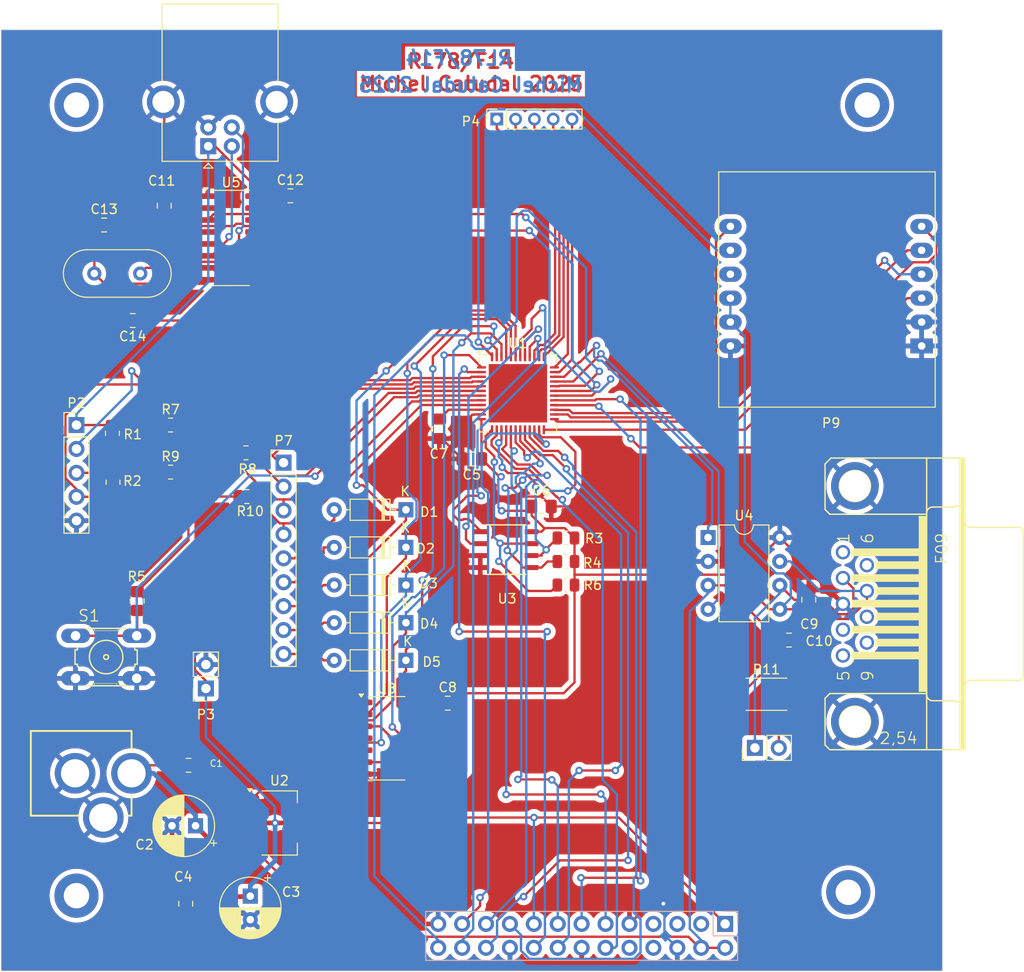
<source format=kicad_pcb>
(kicad_pcb (version 20240108) (generator "pcbnew") (generator_version "8.0")
  (title_block (date "2024-12-15"))
  (layers (0 "F.Cu" signal) (31 "B.Cu" signal) (34 "B.Paste" user) (35 "F.Paste" user) (36 "B.SilkS" user "B.Silkscreen") (37 "F.SilkS" user "F.Silkscreen") (38 "B.Mask" user) (39 "F.Mask" user) (44 "Edge.Cuts" user))
  (net 0 "")
  (net 1 "GND")
  (net 2 "+5V")
  (net 3 "Net-(U1-REGC)")
  (net 4 "+3.3V")
  (net 5 "Net-(U5-V3)")
  (net 6 "Net-(U5-XO)")
  (net 7 "Net-(U5-XI)")
  (net 8 "Net-(D2-A)")
  (net 9 "Net-(D1-K)")
  (net 10 "Net-(D1-A)")
  (net 11 "Net-(D2-K)")
  (net 12 "Net-(D3-A)")
  (net 13 "Net-(D3-K)")
  (net 14 "Net-(D4-K)")
  (net 15 "Net-(D4-A)")
  (net 16 "Net-(D5-K)")
  (net 17 "Net-(D5-A)")
  (net 18 "Net-(JP1-A)")
  (net 19 "Net-(P2-Pin_3)")
  (net 20 "Net-(P2-Pin_2)")
  (net 21 "Net-(P2-Pin_4)")
  (net 22 "Net-(JP1-B)")
  (net 23 "Net-(P4-Pin_1)")
  (net 24 "Net-(P4-Pin_2)")
  (net 25 "Net-(P4-Pin_3)")
  (net 29 "Net-(P6-D-)")
  (net 30 "Net-(P6-D+)")
  (net 31 "Net-(P7-Pin_1)")
  (net 32 "Net-(P7-Pin_2)")
  (net 33 "Net-(P7-Pin_3)")
  (net 34 "Net-(P7-Pin_4)")
  (net 35 "/LCD_SCK")
  (net 36 "/TP_MISO")
  (net 38 "/LCD_RESET")
  (net 39 "/TP_CS")
  (net 40 "/TP_IRQ")
  (net 44 "/KEY3")
  (net 45 "/LCD_RS")
  (net 46 "/LCD_CS")
  (net 47 "/LCD_MOSI")
  (net 48 "/KEY1")
  (net 49 "Net-(U4-CANH)")
  (net 50 "Net-(P8-Pin_22)")
  (net 52 "/KEY2")
  (net 53 "/A16")
  (net 54 "Net-(U1-P120{slash}ANI25{slash}TI07{slash}TO07{slash}TRDIOD0{slash}SO01{slash}INTP4)")
  (net 55 "Net-(U1-P62{slash}SCLA0)")
  (net 56 "Net-(U1-P63{slash}SDAA0)")
  (net 57 "Net-(S1-S)")
  (net 58 "/A17")
  (net 59 "Net-(U1-P11{slash}TI12{slash}TO12{slash}SI10{slash}SDA10{slash}RXD1{slash}LRXD1{slash}CRXD0)")
  (net 60 "Net-(U1-P13{slash}TI04{slash}TO04{slash}TRDIOA0{slash}TRDCLK0{slash}SI01{slash}SDA01{slash}LTXD0)")
  (net 61 "Net-(U1-P14{slash}TI06{slash}TO06{slash}TRDIOC0{slash}~{SCK01}{slash}SCL01{slash}LRXD0)")
  (net 62 "Net-(U1-P10{slash}TI13{slash}TO13{slash}TRJO0{slash}~{SCK10}{slash}SCL10{slash}LTXD1{slash}CTXD0)")
  (net 63 "Net-(U1-P60)")
  (net 64 "Net-(U8-Pad12)")
  (net 72 "Net-(U8-Pad3)")
  (net 73 "Net-(U8-Pad10)")
  (net 74 "Net-(P4-Pin_4)")
  (net 75 "Net-(P4-Pin_5)")
  (net 79 "Net-(P9-MOSI)")
  (net 80 "Net-(P9-INT)")
  (net 82 "Net-(P9-MISO)")
  (net 83 "Net-(P9-RESET)")
  (net 84 "Net-(P9-CS)")
  (net 85 "Net-(P9-SLCK)")
  (footprint "MountingHole:MountingHole_2.7mm_M2.5_DIN965_Pad" (layer "F.Cu") (at 78 73)
    (property "Reference" "H1" (hide yes))
    (property "Value" "MountingHole" (hide yes))
  )
  (footprint "MountingHole:MountingHole_2.7mm_M2.5_DIN965_Pad" (layer "F.Cu") (at 162 73)
    (property "Reference" "H2" (hide yes))
    (property "Value" "MountingHole" (hide yes))
  )
  (footprint "MountingHole:MountingHole_2.7mm_M2.5_DIN965_Pad" (layer "F.Cu") (at 78 157)
    (property "Reference" "H3" (hide yes))
    (property "Value" "MountingHole" (hide yes))
  )
  (footprint "MountingHole:MountingHole_2.7mm_M2.5_DIN965_Pad" (layer "F.Cu") (at 159.997 156.643)
    (property "Reference" "H4" (hide yes))
    (property "Value" "MountingHole" (hide yes))
  )
  (footprint "catu:POWER_JACK_PTH" (layer "F.Cu") (at 70.15 144 -90)
    (property "Reference" "P1" (hide yes))
    (property "Value" "POWER_JACKPTH" (hide yes))
  )
  (footprint "Capacitor_SMD:C_0805_2012Metric_Pad1.18x1.45mm_HandSolder" (layer "F.Cu") (at 89.9 143.15)
    (property "Reference" "C1")
    (property "Value" "0.1uF")
  )
  (footprint "Resistor_SMD:R_0805_2012Metric" (layer "F.Cu") (at 88 107)
    (property "Reference" "R7")
    (property "Value" "10k")
  )
  (footprint "Diode_THT:D_DO-35_SOD27_P7.62mm_Horizontal" (layer "F.Cu") (at 113 132 180)
    (property "Reference" "D5")
    (property "Value" "1N4448" (hide yes))
  )
  (footprint "Capacitor_SMD:C_0805_2012Metric_Pad1.18x1.45mm_HandSolder" (layer "F.Cu") (at 87.325 83.7 90)
    (property "Reference" "C11")
    (property "Value" "0.1uf")
  )
  (footprint "Package_SO:SOIC-14_3.9x8.7mm_P1.27mm" (layer "F.Cu") (at 110.95 140.2775)
    (property "Reference" "U8")
    (property "Value" "74HC08")
  )
  (footprint "Crystal:Crystal_HC49-4H_Vertical" (layer "F.Cu") (at 79.895 90.9)
    (property "Reference" "Y1" (hide yes))
    (property "Value" "12Mhz")
  )
  (footprint "Package_DFN_QFN:QFN-48-1EP_8x8mm_P0.5mm_EP6.2x6.2mm" (layer "F.Cu") (at 124.9 103.625)
    (property "Reference" "U1")
    (property "Value" "R5F10PGJKNA")
  )
  (footprint "Resistor_SMD:R_0805_2012Metric" (layer "F.Cu") (at 81.88 113.08 -90)
    (property "Reference" "R2")
    (property "Value" "10k")
  )
  (footprint "Capacitor_SMD:C_0805_2012Metric_Pad1.18x1.45mm_HandSolder" (layer "F.Cu") (at 100.725 82.65)
    (property "Reference" "C12")
    (property "Value" "0.1uf")
  )
  (footprint "Resistor_SMD:R_0805_2012Metric_Pad1.20x1.40mm_HandSolder" (layer "F.Cu") (at 84.45 125.7 90)
    (property "Reference" "R5")
    (property "Value" "4.7k")
  )
  (footprint "Resistor_SMD:R_0805_2012Metric" (layer "F.Cu") (at 96 109.95)
    (property "Reference" "R8")
    (property "Value" "10k")
  )
  (footprint "Capacitor_THT:CP_Radial_D6.3mm_P2.50mm" (layer "F.Cu") (at 96.465 157.05 -90)
    (property "Reference" "C3")
    (property "Value" "47uF")
  )
  (footprint "catu:SO_RMN6TP_STM" (layer "F.Cu") (at 123.6242 120.235)
    (property "Reference" "U3")
    (property "Value" "M24M02")
  )
  (footprint "Diode_THT:D_DO-35_SOD27_P7.62mm_Horizontal" (layer "F.Cu") (at 113 120 180)
    (property "Reference" "D2")
    (property "Value" "1N4448" (hide yes))
  )
  (footprint "Capacitor_SMD:C_0805_2012Metric_Pad1.18x1.45mm_HandSolder" (layer "F.Cu") (at 127.4 115.65)
    (property "Reference" "C6")
    (property "Value" "0.1uF")
  )
  (footprint "Resistor_SMD:R_0805_2012Metric" (layer "F.Cu") (at 88 112)
    (property "Reference" "R9")
    (property "Value" "10k")
  )
  (footprint "Resistor_SMD:R_0805_2012Metric" (layer "F.Cu") (at 130 124 180)
    (property "Reference" "R6")
    (property "Value" "10k")
  )
  (footprint "Connector_PinHeader_2.54mm:PinHeader_1x09_P2.54mm_Vertical" (layer "F.Cu") (at 100 111)
    (property "Reference" "P7")
    (property "Value" "Keypad")
  )
  (footprint "Capacitor_THT:CP_Radial_D6.3mm_P2.50mm" (layer "F.Cu") (at 90.65 149.575 180)
    (property "Reference" "C2")
    (property "Value" "47uF")
  )
  (footprint "Diode_THT:D_DO-35_SOD27_P7.62mm_Horizontal" (layer "F.Cu") (at 113 124 180)
    (property "Reference" "D3")
    (property "Value" "1N4448" (hide yes))
  )
  (footprint "Capacitor_SMD:C_0805_2012Metric_Pad1.18x1.45mm_HandSolder" (layer "F.Cu") (at 116.55 107.4 -90)
    (property "Reference" "C7")
    (property "Value" "0.47uF")
  )
  (footprint "Resistor_SMD:R_0805_2012Metric" (layer "F.Cu") (at 130 119 180)
    (property "Reference" "R3")
    (property "Value" "10k")
  )
  (footprint "Package_DIP:DIP-8_W7.62mm" (layer "F.Cu") (at 145.1 118.95)
    (property "Reference" "U4")
    (property "Value" "MCP2562FD")
  )
  (footprint "Capacitor_SMD:C_0805_2012Metric_Pad1.18x1.45mm_HandSolder" (layer "F.Cu") (at 153.7 129.85)
    (property "Reference" "C10")
    (property "Value" "0.1uF")
  )
  (footprint "Connector_USB:USB_B_OST_USB-B1HSxx_Horizontal" (layer "F.Cu") (at 92 77.38 90)
    (property "Reference" "P6" (hide yes))
    (property "Value" "USB_B" (hide yes))
  )
  (footprint "Package_SO:SOIC-16_3.9x9.9mm_P1.27mm" (layer "F.Cu") (at 94.425 87.125)
    (property "Reference" "U5")
    (property "Value" "CH340G")
  )
  (footprint "Capacitor_SMD:C_0805_2012Metric_Pad1.18x1.45mm_HandSolder" (layer "F.Cu") (at 117.4375 136.55)
    (property "Reference" "C8")
    (property "Value" "0.1uF")
  )
  (footprint "catu:SPI_to_eth" (layer "F.Cu") (at 156.25 94.55 180)
    (property "Reference" "P9")
    (property "Value" "SPI_to_eth")
  )
  (footprint "Diode_THT:D_DO-35_SOD27_P7.62mm_Horizontal" (layer "F.Cu") (at 113 128 180)
    (property "Reference" "D4")
    (property "Value" "1N4448" (hide yes))
  )
  (footprint "Capacitor_SMD:C_0805_2012Metric_Pad1.18x1.45mm_HandSolder" (layer "F.Cu") (at 89.605 157.85 -90)
    (property "Reference" "C4")
    (property "Value" "0.1uF")
  )
  (footprint "Connector_PinSocket_2.00mm:PinSocket_1x05_P2.00mm_Vertical" (layer "F.Cu") (at 122.65 74.5 90)
    (property "Reference" "P4")
    (property "Value" "ADC")
  )
  (footprint "Diode_THT:D_DO-35_SOD27_P7.62mm_Horizontal" (layer "F.Cu") (at 113 116 180)
    (property "Reference" "D1")
    (property "Value" "1N4448" (hide yes))
  )
  (footprint "Capacitor_SMD:C_0805_2012Metric_Pad1.18x1.45mm_HandSolder" (layer "F.Cu") (at 83.975 95.9 180)
    (property "Reference" "C14")
    (property "Value" "22pF")
  )
  (footprint "Capacitor_SMD:C_0805_2012Metric_Pad1.18x1.45mm_HandSolder" (layer "F.Cu") (at 155.8 125.5625 90)
    (property "Reference" "C9")
    (property "Value" "0.1uF")
  )
  (footprint "Capacitor_SMD:C_0805_2012Metric_Pad1.18x1.45mm_HandSolder" (layer "F.Cu") (at 80.9375 85.75)
    (property "Reference" "C13")
    (property "Value" "22pF")
  )
  (footprint "Resistor_SMD:R_0805_2012Metric" (layer "F.Cu") (at 81.82 107.88 -90)
    (property "Reference" "R1")
    (property "Value" "1k")
  )
  (footprint "Connector_PinHeader_2.54mm:PinHeader_1x02_P2.54mm_Vertical" (layer "F.Cu") (at 150.075 141.3 90)
    (property "Reference" "JP1" (hide yes))
    (property "Value" "En term res")
  )
  (footprint "Connector_PinHeader_2.54mm:PinHeader_1x05_P2.54mm_Vertical" (layer "F.Cu") (at 78 107)
    (property "Reference" "P2")
    (property "Value" "E2 Lite")
  )
  (footprint "Resistor_SMD:R_2512_6332Metric_Pad1.40x3.35mm_HandSolder" (layer "F.Cu") (at 151.3 135.6)
    (property "Reference" "R11")
    (property "Value" "120")
  )
  (footprint "catu:B3F-10XX" (layer "F.Cu") (at 81.15 131.65)
    (property "Reference" "S1")
    (property "Value" "10-XX")
  )
  (footprint "Package_TO_SOT_SMD:SOT-223-3_TabPin2" (layer "F.Cu") (at 99.555 149.2775)
    (property "Reference" "U2")
    (property "Value" "AMS1117-3.3")
  )
  (footprint "Capacitor_SMD:C_0805_2012Metric_Pad1.18x1.45mm_HandSolder" (layer "F.Cu") (at 120 110.6 180)
    (property "Reference" "C5")
    (property "Value" "0.1uF")
  )
  (footprint "Resistor_SMD:R_0805_2012Metric" (layer "F.Cu") (at 96.1 114.6)
    (property "Reference" "R10")
    (property "Value" "10k")
  )
  (footprint "Resistor_SMD:R_0805_2012Metric" (layer "F.Cu") (at 130 121.5 180)
    (property "Reference" "R4")
    (property "Value" "10k")
  )
  (footprint "catu:F09HP" (layer "F.Cu") (at 160.7 126 -90)
    (property "Reference" "P5" (hide yes))
    (property "Value" "F09HP" (hide yes))
  )
  (footprint "Connector_PinSocket_2.54mm:PinSocket_1x02_P2.54mm_Vertical" (layer "F.Cu") (at 91.75 134.99 180)
    (property "Reference" "P3")
    (property "Value" "PWR")
  )
  (footprint "Connector_PinSocket_2.54mm:PinSocket_2x13_P2.54mm_Vertical" (layer "B.Cu") (at 146.91 160 90)
    (property "Reference" "P8" (hide yes))
    (property "Value" "RPI LCD")
  )
  (gr_line (start 70 65) (end 70 165) (stroke (width 0.05)) (layer "Edge.Cuts"))
  (gr_line (start 170 65) (end 170 165) (stroke (width 0.05)) (layer "Edge.Cuts"))
  (gr_line (start 70 65) (end 170 65) (stroke (width 0.05)) (layer "Edge.Cuts"))
  (gr_line (start 170 165) (end 70 165) (stroke (width 0.05)) (layer "Edge.Cuts"))
  (gr_text "RL78/F14" (at 118.85 68.35 0) (layer "F.Cu") (effects (font (size 1.5 1.5) (thickness 0.3))))
  (gr_text "Michel Catudal 2025" (at 119.95 70.75 0) (layer "F.Cu") (effects (font (size 1.5 1.5) (thickness 0.3))))
  (gr_text "Michel Catudal 2025\n" (at 119.85 70.875 0) (layer "B.Cu") (effects (font (size 1.5 1.5) (thickness 0.3)) (justify mirror)))
  (gr_text "RL78/F14" (at 118.625 68.025 0) (layer "B.Cu") (effects (font (size 1.5 1.5) (thickness 0.3)) (justify mirror)))
  (segment (start 99.295 144.088) (end 108.475 144.088) (width 0.25) (layer "F.Cu") (net 1))
  (segment (start 81.975 85.75) (end 84.2375 85.75) (width 0.25) (layer "F.Cu") (net 1))
  (segment (start 89.605 158.888) (end 88.15 157.432) (width 0.5) (layer "F.Cu") (net 1))
  (segment (start 138.9 157.85) (end 140.35 157.85) (width 0.25) (layer "F.Cu") (net 1))
  (segment (start 120.90005 120.87) (end 120.90005 122.14) (width 0.25) (layer "F.Cu") (net 1))
  (segment (start 120.275 105.875) (end 121.025 105.875) (width 0.25) (layer "F.Cu") (net 1))
  (segment (start 90.85 146.978) (end 96.405 146.978) (width 0.5) (layer "F.Cu") (net 1))
  (segment (start 136.75 160) (end 138.9 157.85) (width 0.25) (layer "F.Cu") (net 1))
  (segment (start 109.1 144.712) (end 117.788 144.712) (width 0.25) (layer "F.Cu") (net 1))
  (segment (start 108.475 144.088) (end 109.1 144.712) (width 0.25) (layer "F.Cu") (net 1))
  (segment (start 95.8025 158.888) (end 89.605 158.888) (width 0.5) (layer "F.Cu") (net 1))
  (segment (start 81.3 83.6) (end 81.975 84.275) (width 0.25) (layer "F.Cu") (net 1))
  (segment (start 145.1 121.49) (end 140.84 121.49) (width 0.25) (layer "F.Cu") (net 1))
  (segment (start 84.2375 85.75) (end 87.325 82.6625) (width 0.25) (layer "F.Cu") (net 1))
  (segment (start 101.762 82.65) (end 101.762 75.1625) (width 0.25) (layer "F.Cu") (net 1))
  (segment (start 91.95 82.68) (end 87.3425 82.68) (width 0.25) (layer "F.Cu") (net 1))
  (segment (start 82.9375 95.9) (end 75.8 95.9) (width 0.25) (layer "F.Cu") (net 1))
  (segment (start 155.8 124.525) (end 157.955 124.525) (width 0.25) (layer "F.Cu") (net 1))
  (segment (start 117.788 144.712) (end 118.475 144.025) (width 0.25) (layer "F.Cu") (net 1))
  (segment (start 150.18 121.49) (end 152.72 118.95) (width 0.25) (layer "F.Cu") (net 1))
  (segment (start 120.05 105.9) (end 120.25 105.9) (width 0.25) (layer "F.Cu") (net 1))
  (segment (start 96.465 159.55) (end 95.8025 158.888) (width 0.5) (layer "F.Cu") (net 1))
  (segment (start 152.72 118.95) (end 155.8 122.03) (width 0.25) (layer "F.Cu") (net 1))
  (segment (start 75.8 95.9) (end 74.45 94.55) (width 0.25) (layer "F.Cu") (net 1))
  (segment (start 74.45 84.1) (end 74.95 83.6) (width 0.25) (layer "F.Cu") (net 1))
  (segment (start 135 115.65) (end 128.438 115.65) (width 0.25) (layer "F.Cu") (net 1))
  (segment (start 90.7475 146.978) (end 90.85 146.978) (width 0.25) (layer "F.Cu") (net 1))
  (segment (start 120.25 105.9) (end 120.275 105.875) (width 0.25) (layer "F.Cu") (net 1))
  (segment (start 90.9375 146.89) (end 90.85 146.978) (width 0.25) (layer "F.Cu") (net 1))
  (segment (start 116.8 108.438) (end 117.512 108.438) (width 0.25) (layer "F.Cu") (net 1))
  (segment (start 101.762 75.1625) (end 99.27 72.67) (width 0.25) (layer "F.Cu") (net 1))
  (segment (start 122.962 114.6) (end 116.8 108.438) (width 0.25) (layer "F.Cu") (net 1))
  (segment (start 87.325 82.6625) (end 87.325 72.765) (width 0.25) (layer "F.Cu") (net 1))
  (segment (start 118.475 144.025) (end 118.475 136.55) (width 0.25) (layer "F.Cu") (net 1))
  (segment (start 74.45 94.55) (end 74.45 84.1) (width 0.25) (layer "F.Cu") (net 1))
  (segment (start 145.1 121.49) (end 150.18 121.49) (width 0.25) (layer "F.Cu") (net 1))
  (segment (start 96.405 146.978) (end 99.295 144.088) (width 0.25) (layer "F.Cu") (net 1))
  (segment (start 127.388 114.6) (end 122.962 114.6) (width 0.25) (layer "F.Cu") (net 1))
  (segment (start 155.8 122.03) (end 155.8 124.525) (width 0.25) (layer "F.Cu") (net 1))
  (segment (start 157.955 124.525) (end 159.43 126) (width 0.25) (layer "F.Cu") (net 1))
  (segment (start 87.3425 82.68) (end 87.325 82.6625) (width 0.25) (layer "F.Cu") (net 1))
  (segment (start 88.15 149.575) (end 90.7475 146.978) (width 0.5) (layer "F.Cu") (net 1))
  (segment (start 128.438 115.65) (end 127.388 114.6) (width 0.25) (layer "F.Cu") (net 1))
  (segment (start 81.975 84.275) (end 81.975 85.75) (width 0.25) (layer "F.Cu") (net 1))
  (segment (start 74.95 83.6) (end 81.3 83.6) (width 0.25) (layer "F.Cu") (net 1))
  (segment (start 117.512 108.438) (end 120.05 105.9) (width 0.25) (layer "F.Cu") (net 1))
  (segment (start 88.15 157.432) (end 88.15 149.575) (width 0.5) (layer "F.Cu") (net 1))
  (segment (start 87.325 72.765) (end 87.23 72.67) (width 0.25) (layer "F.Cu") (net 1))
  (segment (start 90.9375 143.15) (end 90.9375 146.89) (width 0.25) (layer "F.Cu") (net 1))
  (segment (start 140.84 121.49) (end 135 115.65) (width 0.25) (layer "F.Cu") (net 1))
  (via (at 140.35 157.85) (size 0.8) (drill 0.4) (layers "F.Cu" "B.Cu") (net 1))
  (segment (start 140.465 157.965) (end 140.465 161.175) (width 0.25) (layer "B.Cu") (net 1))
  (segment (start 140.465 161.175) (end 141.83 162.54) (width 0.25) (layer "B.Cu") (net 1))
  (segment (start 140.35 157.85) (end 140.465 157.965) (width 0.25) (layer "B.Cu") (net 1))
  (segment (start 90.65 149.575) (end 92.675 151.6) (width 0.5) (layer "F.Cu") (net 2))
  (segment (start 144.19 162.54) (end 144.37 162.54) (width 0.25) (layer "F.Cu") (net 2))
  (segment (start 84.7 143.15) (end 83.85 144) (width 0.25) (layer "F.Cu") (net 2))
  (segment (start 144.37 162.54) (end 146.91 162.54) (width 0.25) (layer "F.Cu") (net 2))
  (segment (start 146.8425 124.03) (end 152.6625 129.85) (width 0.25) (layer "F.Cu") (net 2))
  (segment (start 106.1903 161.3633) (end 143.0133 161.3633) (width 0.25) (layer "F.Cu") (net 2))
  (segment (start 145.1 124.03) (end 146.8425 124.03) (width 0.25) (layer "F.Cu") (net 2))
  (segment (start 143.0133 161.3633) (end 144.19 162.54) (width 0.25) (layer "F.Cu") (net 2))
  (segment (start 88.1878 143.15) (end 84.7 143.15) (width 0.25) (layer "F.Cu") (net 2))
  (segment (start 93.2 151.6) (end 93.2225 151.578) (width 0.25) (layer "F.Cu") (net 2))
  (segment (start 96.405 151.578) (end 106.1903 161.3633) (width 0.25) (layer "F.Cu") (net 2))
  (segment (start 88.1878 143.15) (end 88.2675 143.07) (width 0.25) (layer "F.Cu") (net 2))
  (segment (start 96.4045 151.578) (end 96.405 151.5775) (width 0.25) (layer "F.Cu") (net 2))
  (segment (start 92.675 151.6) (end 93.2 151.6) (width 0.5) (layer "F.Cu") (net 2))
  (segment (start 93.2225 151.578) (end 96.4045 151.578) (width 0.5) (layer "F.Cu") (net 2))
  (segment (start 96.4045 151.578) (end 96.405 151.578) (width 0.25) (layer "F.Cu") (net 2))
  (segment (start 143.1579 160.5189) (end 144.37 161.731) (width 0.25) (layer "B.Cu") (net 2))
  (segment (start 86.2 144) (end 90.65 148.45) (width 0.5) (layer "B.Cu") (net 2))
  (segment (start 145.1 124.875) (end 143.1579 126.8171) (width 0.25) (layer "B.Cu") (net 2))
  (segment (start 90.65 148.45) (end 90.65 149.575) (width 0.5) (layer "B.Cu") (net 2))
  (segment (start 145.1 124.03) (end 145.1 124.875) (width 0.25) (layer "B.Cu") (net 2))
  (segment (start 144.37 161.731) (end 144.37 162.54) (width 0.25) (layer "B.Cu") (net 2))
  (segment (start 83.85 144) (end 86.2 144) (width 0.5) (layer "B.Cu") (net 2))
  (segment (start 143.1579 126.8171) (end 143.1579 160.5189) (width 0.25) (layer "B.Cu") (net 2))
  (segment (start 117.5375 105.375) (end 116.55 106.3625) (width 0.25) (layer "F.Cu") (net 3))
  (segment (start 121.025 105.375) (end 117.5375 105.375) (width 0.25) (layer "F.Cu") (net 3))
  (segment (start 98.0333 82.68) (end 99.6575 82.68) (width 0.25) (layer "F.Cu") (net 4))
  (segment (start 116.318 136.468) (end 116.4 136.55) (width 0.25) (layer "F.Cu") (net 4))
  (segment (start 130.9125 122.8987) (end 130.9125 124) (width 0.25) (layer "F.Cu") (net 4))
  (segment (start 81.0902 107) (end 81.7875 107) (width 0.25) (layer "F.Cu") (net 4))
  (segment (start 78 107) (end 81.0902 107) (width 0.25) (layer "F.Cu") (net 4))
  (segment (start 152.72 126.57) (end 151.5933 126.57) (width 0.25) (layer "F.Cu") (net 4))
  (segment (start 119.4114 135.4919) (end 119.4114 143.7699) (width 0.25) (layer "F.Cu") (net 4))
  (segment (start 102.7045 149.278) (end 102.705 149.278) (width 0.25) (layer "F.Cu") (net 4))
  (segment (start 89.8935 157.1) (end 95.9395 157.1) (width 0.5) (layer "F.Cu") (net 4))
  (segment (start 117.6365 145.5448) (end 114.79065 148.39065) (width 0.25) (layer "F.Cu") (net 4))
  (segment (start 92.7333 77.38) (end 92 77.38) (width 0.25) (layer "F.Cu") (net 4))
  (segment (start 98.0333 82.68) (end 92.7333 77.38) (width 0.25) (layer "F.Cu") (net 4))
  (segment (start 89.3622 109.95) (end 95.0875 109.95) (width 0.25) (layer "F.Cu") (net 4))
  (segment (start 95.9395 157.1) (end 96.2275 156.812) (width 0.5) (layer "F.Cu") (net 4))
  (segment (start 96.2275 156.812) (end 96.465 157.05) (width 0.25) (layer "F.Cu") (net 4))
  (segment (start 130.9125 122.8987) (end 130.9125 121.5) (width 0.25) (layer "F.Cu") (net 4))
  (segment (start 95.1875 114.6) (end 89.8938 114.6) (width 0.25) (layer "F.Cu") (net 4))
  (segment (start 119.4114 143.7699) (end 117.6365 145.5448) (width 0.25) (layer "F.Cu") (net 4))
  (segment (start 96.405 149.2775) (end 97.472 149.2775) (width 0.5) (layer "F.Cu") (net 4))
  (segment (start 87.303 112.0092) (end 89.3622 109.95) (width 0.25) (layer "F.Cu") (net 4))
  (segment (start 151.5933 126.57) (end 147.922 122.8987) (width 0.25) (layer "F.Cu") (net 4))
  (segment (start 121.0375 110.6) (end 122.925 112.4875) (width 0.25) (layer "F.Cu") (net 4))
  (segment (start 89.6055 156.812) (end 89.605 156.8125) (width 0.25) (layer "F.Cu") (net 4))
  (segment (start 155.77 126.57) (end 155.8 126.6) (width 0.25) (layer "F.Cu") (net 4))
  (segment (start 115.4093 136.468) (end 116.318 136.468) (width 0.25) (layer "F.Cu") (net 4))
  (segment (start 135.61 148.7) (end 126.6 148.7) (width 0.25) (layer "F.Cu") (net 4))
  (segment (start 117.3566 135.9755) (end 117.3566 136.3949) (width 0.25) (layer "F.Cu") (net 4))
  (segment (start 90.5733 130.8233) (end 90.5733 133.0044) (width 0.25) (layer "F.Cu") (net 4))
  (segment (start 89.8938 114.6) (end 87.303 112.0092) (width 0.25) (layer "F.Cu") (net 4))
  (segment (start 147.922 122.8987) (end 130.9125 122.8987) (width 0.25) (layer "F.Cu") (net 4))
  (segment (start 99.6575 82.68) (end 99.6875 82.65) (width 0.25) (layer "F.Cu") (net 4))
  (segment (start 127.693 117.9495) (end 126.3625 116.619) (width 0.25) (layer "F.Cu") (net 4))
  (segment (start 117.2835 136.468) (end 115.4093 136.468) (width 0.25) (layer "F.Cu") (net 4))
  (segment (start 89.605 156.812) (end 89.6055 156.812) (width 0.25) (layer "F.Cu") (net 4))
  (segment (start 146.91 160) (end 135.61 148.7) (width 0.25) (layer "F.Cu") (net 4))
  (segment (start 87.0967 112.0092) (end 87.303 112.0092) (width 0.25) (layer "F.Cu") (net 4))
  (segment (start 119.4114 135.4919) (end 117.8402 135.4919) (width 0.25) (layer "F.Cu") (net 4))
  (segment (start 89.6055 156.812) (end 89.8935 157.1) (width 0.5) (layer "F.Cu") (net 4))
  (segment (start 91.75 134.1811) (end 91.75 134.99) (width 0.25) (layer "F.Cu") (net 4))
  (segment (start 81.7875 107) (end 81.82 106.9675) (width 0.25) (layer "F.Cu") (net 4))
  (segment (start 130.9125 121.5) (end 130.9125 119) (width 0.25) (layer "F.Cu") (net 4))
  (segment (start 126.6 148.7) (end 115.1 148.7) (width 0.25) (layer "F.Cu") (net 4))
  (segment (start 121.025 106.375) (end 121.025 110.5875) (width 0.25) (layer "F.Cu") (net 4))
  (segment (start 96.9 82.68) (end 98.0333 82.68) (width 0.25) (layer "F.Cu") (net 4))
  (segment (start 126.3625 116.1113) (end 126.3625 115.65) (width 0.25) (layer "F.Cu") (net 4))
  (segment (start 127.693 117.9495) (end 127.693 118.0424) (width 0.25) (layer "F.Cu") (net 4))
  (segment (start 121.025 110.5875) (end 121.0375 110.6) (width 0.25) (layer "F.Cu") (net 4))
  (segment (start 130.9125 134.3375) (end 129.7581 135.4919) (width 0.25) (layer "F.Cu") (net 4))
  (segment (start 89.3622 109.2747) (end 87.0875 107) (width 0.25) (layer "F.Cu") (net 4))
  (segment (start 113.4255 136.468) (end 115.4093 136.468) (width 0.25) (layer "F.Cu") (net 4))
  (segment (start 117.8402 135.4919) (end 117.3566 135.9755) (width 0.25) (layer "F.Cu") (net 4))
  (segment (start 126.3484 118.33) (end 127.4054 118.33) (width 0.25) (layer "F.Cu") (net 4))
  (segment (start 126.3625 116.619) (end 126.3625 116.1113) (width 0.25) (layer "F.Cu") (net 4))
  (segment (start 129.7581 135.4919) (end 119.4114 135.4919) (width 0.25) (layer "F.Cu") (net 4))
  (segment (start 117.3566 136.3949) (end 117.2835 136.468) (width 0.25) (layer "F.Cu") (net 4))
  (segment (start 97.472 149.2775) (end 97.4725 149.278) (width 0.25) (layer "F.Cu") (net 4))
  (segment (start 81.0902 107) (end 87.0875 107) (width 0.25) (layer "F.Cu") (net 4))
  (segment (start 113.425 136.468) (end 113.4255 136.468) (width 0.25) (layer "F.Cu") (net 4))
  (segment (start 129.862 117.9495) (end 130.9125 119) (width 0.25) (layer "F.Cu") (net 4))
  (segment (start 89.8938 114.6) (end 89.8938 119.2562) (width 0.25) (layer "F.Cu") (net 4))
  (segment (start 90.5733 133.0044) (end 91.75 134.1811) (width 0.25) (layer "F.Cu") (net 4))
  (segment (start 102.7045 149.278) (end 102.705 149.2775) (width 0.25) (layer "F.Cu") (net 4))
  (segment (start 122.925 112.4875) (end 123.11 112.4875) (width 0.25) (layer "F.Cu") (net 4))
  (segment (start 152.72 126.57) (end 155.77 126.57) (width 0.25) (layer "F.Cu") (net 4))
  (segment (start 113.9033 149.278) (end 102.705 149.278) (width 0.25) (layer "F.Cu") (net 4))
  (segment (start 127.693 117.9495) (end 129.862 117.9495) (width 0.25) (layer "F.Cu") (net 4))
  (segment (start 127.693 118.0424) (end 127.4054 118.33) (width 0.25) (layer "F.Cu") (net 4))
  (segment (start 130.9125 124) (end 130.9125 134.3375) (width 0.25) (layer "F.Cu") (net 4))
  (segment (start 87.0875 112) (end 87.0967 112.0092) (width 0.25) (layer "F.Cu") (net 4))
  (segment (start 126.3625 116.1113) (end 123.167 116.1113) (width 0.25) (layer "F.Cu") (net 4))
  (segment (start 89.8938 119.2562) (end 84.45 124.7) (width 0.25) (layer "F.Cu") (net 4))
  (segment (start 84.45 124.7) (end 90.5733 130.8233) (width 0.25) (layer "F.Cu") (net 4))
  (segment (start 113.4255 136.468) (end 113.425 136.4675) (width 0.25) (layer "F.Cu") (net 4))
  (segment (start 115.1 148.7) (end 114.79065 148.39065) (width 0.25) (layer "F.Cu") (net 4))
  (segment (start 114.79065 148.39065) (end 113.9033 149.278) (width 0.25) (layer "F.Cu") (net 4))
  (segment (start 97.4725 149.278) (end 102.7045 149.278) (width 0.5) (layer "F.Cu") (net 4))
  (segment (start 89.3622 109.95) (end 89.3622 109.2747) (width 0.25) (layer "F.Cu") (net 4))
  (via (at 123.167 116.1113) (size 0.8) (drill 0.4) (layers "F.Cu" "B.Cu") (net 4))
  (via (at 126.6 148.7) (size 0.8) (drill 0.4) (layers "F.Cu" "B.Cu") (net 4))
  (via (at 99.1 149.275) (size 0.8) (drill 0.4) (layers "F.Cu" "B.Cu") (net 4))
  (via (at 123.11 112.4875) (size 0.8) (drill 0.4) (layers "F.Cu" "B.Cu") (net 4))
  (segment (start 92 91.8233) (end 78 105.8233) (width 0.25) (layer "B.Cu") (net 4))
  (segment (start 99.075 149.25) (end 99.075 147.525) (width 0.25) (layer "B.Cu") (net 4))
  (segment (start 122.8181 112.7794) (end 122.8181 115.7624) (width 0.25) (layer "B.Cu") (net 4))
  (segment (start 147.47 93.52) (end 147.47 96.06) (width 0.25) (layer "B.Cu") (net 4))
  (segment (start 122.8181 115.7624) (end 123.167 116.1113) (width 0.25) (layer "B.Cu") (net 4))
  (segment (start 99.075 147.525) (end 91.75 140.2) (width 0.25) (layer "B.Cu") (net 4))
  (segment (start 153.8865 125.4035) (end 152.72 126.57) (width 0.25) (layer "B.Cu") (net 4))
  (segment (start 147.47 96.06) (end 148.9967 97.5867) (width 0.25) (layer "B.Cu") (net 4))
  (segment (start 123.11 112.4875) (end 122.8181 112.7794) (width 0.25) (layer "B.Cu") (net 4))
  (segment (start 148.9967 119.4145) (end 152.3422 122.76) (width 0.25) (layer "B.Cu") (net 4))
  (segment (start 92 77.38) (end 92 91.8233) (width 0.25) (layer "B.Cu") (net 4))
  (segment (start 126.6 148.7) (end 126.59 148.71) (width 0.25) (layer "B.Cu") (net 4))
  (segment (start 99.1 153.2883) (end 99.1 149.275) (width 0.5) (layer "B.Cu") (net 4))
  (segment (start 148.9967 97.5867) (end 148.9967 119.4145) (width 0.25) (layer "B.Cu") (net 4))
  (segment (start 152.3422 122.76) (end 153.1095 122.76) (width 0.25) (layer "B.Cu") (net 4))
  (segment (start 96.465 157.05) (end 96.465 155.9233) (width 0.5) (layer "B.Cu") (net 4))
  (segment (start 96.465 155.9233) (end 99.1 153.2883) (width 0.5) (layer "B.Cu") (net 4))
  (segment (start 153.8865 123.537) (end 153.8865 125.4035) (width 0.25) (layer "B.Cu") (net 4))
  (segment (start 91.75 140.2) (end 91.75 134.99) (width 0.25) (layer "B.Cu") (net 4))
  (segment (start 99.1 149.275) (end 99.075 149.25) (width 0.25) (layer "B.Cu") (net 4))
  (segment (start 78 107) (end 78 105.8233) (width 0.25) (layer "B.Cu") (net 4))
  (segment (start 153.1095 122.76) (end 153.8865 123.537) (width 0.25) (layer "B.Cu") (net 4))
  (segment (start 126.59 148.71) (end 126.59 160) (width 0.25) (layer "B.Cu") (net 4))
  (segment (start 89.0775 86.49) (end 87.325 84.7375) (width 0.25) (layer "F.Cu") (net 5))
  (segment (start 91.95 86.49) (end 89.0775 86.49) (width 0.25) (layer "F.Cu") (net 5))
  (segment (start 80.9846 91.9846) (end 79.9 90.9) (width 0.25) (layer "F.Cu") (net 6))
  (segment (start 79.9 90.9) (end 79.9 85.75) (width 0.25) (layer "F.Cu") (net 6))
  (segment (start 91.5354 91.9846) (end 80.9846 91.9846) (width 0.25) (layer "F.Cu") (net 6))
  (segment (start 91.95 91.57) (end 91.5354 91.9846) (width 0.25) (layer "F.Cu") (net 6))
  (segment (start 79.9 90.9) (end 79.895 90.9) (width 0.25) (layer "F.Cu") (net 6))
  (segment (start 93.2908 91.2021) (end 93.2908 91.9272) (width 0.25) (layer "F.Cu") (net 7))
  (segment (start 84.775 90.9) (end 85.375 90.3) (width 0.25) (layer "F.Cu") (net 7))
  (segment (start 85.375 90.3) (end 91.95 90.3) (width 0.25) (layer "F.Cu") (net 7))
  (segment (start 89.318 95.9) (end 85.0125 95.9) (width 0.25) (layer "F.Cu") (net 7))
  (segment (start 91.95 90.3) (end 92.3887 90.3) (width 0.25) (layer "F.Cu") (net 7))
  (segment (start 93.2908 91.9272) (end 89.318 95.9) (width 0.25) (layer "F.Cu") (net 7))
  (segment (start 92.3887 90.3) (end 93.2908 91.2021) (width 0.25) (layer "F.Cu") (net 7))
  (segment (start 105.38 120) (end 104.2533 120) (width 0.25) (layer "F.Cu") (net 8))
  (segment (start 101.1767 123.7) (end 104.2533 120.6234) (width 0.25) (layer "F.Cu") (net 8))
  (segment (start 104.2533 120.6234) (end 104.2533 120) (width 0.25) (layer "F.Cu") (net 8))
  (segment (start 100 123.7) (end 101.1767 123.7) (width 0.25) (layer "F.Cu") (net 8))
  (segment (start 108.45 113.4) (end 111.05 116) (width 0.25) (layer "F.Cu") (net 9))
  (segment (start 108.475 121.6517) (end 108.475 136.4675) (width 0.25) (layer "F.Cu") (net 9))
  (segment (start 113 117.1267) (end 108.475 121.6517) (width 0.25) (layer "F.Cu") (net 9))
  (segment (start 111.05 116) (end 113 116) (width 0.25) (layer "F.Cu") (net 9))
  (segment (start 117.3176 94.8324) (end 110.9 101.25) (width 0.25) (layer "F.Cu") (net 9))
  (segment (start 124.65 99.75) (end 124.65 96.452404) (width 0.25) (layer "F.Cu") (net 9))
  (segment (start 113 116) (end 113 117.1267) (width 0.25) (layer "F.Cu") (net 9))
  (segment (start 107.75 113.4) (end 108.45 113.4) (width 0.25) (layer "F.Cu") (net 9))
  (segment (start 123.029996 94.8324) (end 117.3176 94.8324) (width 0.25) (layer "F.Cu") (net 9))
  (segment (start 124.65 96.452404) (end 123.029996 94.8324) (width 0.25) (layer "F.Cu") (net 9))
  (via (at 107.75 113.4) (size 0.8) (drill 0.4) (layers "F.Cu" "B.Cu") (net 9))
  (via (at 110.9 101.25) (size 0.8) (drill 0.4) (layers "F.Cu" "B.Cu") (net 9))
  (segment (start 110.9 101.25) (end 107.75 104.4) (width 0.25) (layer "B.Cu") (net 9))
  (segment (start 107.75 104.4) (end 107.75 113.4) (width 0.25) (layer "B.Cu") (net 9))
  (segment (start 105.21 117.1267) (end 105.38 117.1267) (width 0.25) (layer "F.Cu") (net 10))
  (segment (start 105.38 116) (end 105.38 117.1267) (width 0.25) (layer "F.Cu") (net 10))
  (segment (start 100 121.16) (end 101.1767 121.16) (width 0.25) (layer "F.Cu") (net 10))
  (segment (start 101.1767 121.16) (end 105.21 117.1267) (width 0.25) (layer "F.Cu") (net 10))
  (segment (start 122.8436 95.2824) (end 124.15 96.5888) (width 0.25) (layer "F.Cu") (net 11))
  (segment (start 110.9689 135.6344) (end 108.8658 137.7375) (width 0.25) (layer "F.Cu") (net 11))
  (segment (start 113.1473 101.5096) (end 113.1473 100.3959) (width 0.25) (layer "F.Cu") (net 11))
  (segment (start 110.9689 123.1578) (end 110.9689 135.6344) (width 0.25) (layer "F.Cu") (net 11))
  (segment (start 113.1473 100.3959) (end 118.2608 95.2824) (width 0.25) (layer "F.Cu") (net 11))
  (segment (start 118.2608 95.2824) (end 122.8436 95.2824) (width 0.25) (layer "F.Cu") (net 11))
  (segment (start 108.8658 137.7375) (end 108.475 137.7375) (width 0.25) (layer "F.Cu") (net 11))
  (segment (start 113 121.1267) (end 110.9689 123.1578) (width 0.25) (layer "F.Cu") (net 11))
  (segment (start 113 120) (end 113 121.1267) (width 0.25) (layer "F.Cu") (net 11))
  (segment (start 124.15 96.5888) (end 124.15 99.75) (width 0.25) (layer "F.Cu") (net 11))
  (via (at 113.1473 101.5096) (size 0.8) (drill 0.4) (layers "F.Cu" "B.Cu") (net 11))
  (segment (start 113 118.8733) (end 113 118.062) (width 0.25) (layer "B.Cu") (net 11))
  (segment (start 113.1473 114.0853) (end 113.1473 101.5096) (width 0.25) (layer "B.Cu") (net 11))
  (segment (start 113.1474 114.0853) (end 113.1473 114.0853) (width 0.25) (layer "B.Cu") (net 11))
  (segment (start 114.1267 115.0646) (end 113.1474 114.0853) (width 0.25) (layer "B.Cu") (net 11))
  (segment (start 114.1267 116.9354) (end 114.1267 115.0646) (width 0.25) (layer "B.Cu") (net 11))
  (segment (start 113 120) (end 113 118.8733) (width 0.25) (layer "B.Cu") (net 11))
  (segment (start 113 118.062) (end 113.0001 118.062) (width 0.25) (layer "B.Cu") (net 11))
  (segment (start 113.0001 118.062) (end 114.1267 116.9354) (width 0.25) (layer "B.Cu") (net 11))
  (segment (start 105.38 124) (end 104.2533 124) (width 0.25) (layer "F.Cu") (net 12))
  (segment (start 102.0133 126.24) (end 104.2533 124) (width 0.25) (layer "F.Cu") (net 12))
  (segment (start 100 126.24) (end 102.0133 126.24) (width 0.25) (layer "F.Cu") (net 12))
  (segment (start 110.381 140.7383) (end 108.9358 140.7383) (width 0.25) (layer "F.Cu") (net 13))
  (segment (start 118.8756 95.7398) (end 122.638 95.7398) (width 0.25) (layer "F.Cu") (net 13))
  (segment (start 123.65 96.7518) (end 123.65 99.75) (width 0.25) (layer "F.Cu") (net 13))
  (segment (start 122.638 95.7398) (end 123.65 96.7518) (width 0.25) (layer "F.Cu") (net 13))
  (segment (start 113.8811 100.7343) (end 118.8756 95.7398) (width 0.25) (layer "F.Cu") (net 13))
  (segment (start 108.9358 140.7383) (end 108.475 140.2775) (width 0.25) (layer "F.Cu") (net 13))
  (via (at 113.8811 100.7343) (size 0.8) (drill 0.4) (layers "F.Cu" "B.Cu") (net 13))
  (via (at 110.381 140.7383) (size 0.8) (drill 0.4) (layers "F.Cu" "B.Cu") (net 13))
  (segment (start 110.381 140.7383) (end 110.381 127.7457) (width 0.25) (layer "B.Cu") (net 13))
  (segment (start 114.5784 101.4316) (end 114.5784 121.2949) (width 0.25) (layer "B.Cu") (net 13))
  (segment (start 113.8811 100.7343) (end 114.5784 101.4316) (width 0.25) (layer "B.Cu") (net 13))
  (segment (start 114.5784 121.2949) (end 113 122.8733) (width 0.25) (layer "B.Cu") (net 13))
  (segment (start 113 124.5282) (end 113 125.1267) (width 0.25) (layer "B.Cu") (net 13))
  (segment (start 113 124) (end 113 122.8733) (width 0.25) (layer "B.Cu") (net 13))
  (segment (start 110.381 127.7457) (end 113 125.1267) (width 0.25) (layer "B.Cu") (net 13))
  (segment (start 113 124.5282) (end 113 124) (width 0.25) (layer "B.Cu") (net 13))
  (segment (start 123.15 99.75) (end 123.15 98.4205) (width 0.25) (layer "F.Cu") (net 14))
  (segment (start 111.6519 136.221) (end 111.6519 130.4748) (width 0.25) (layer "F.Cu") (net 14))
  (segment (start 121.9937 97.2642) (end 119.9156 97.2642) (width 0.25) (layer "F.Cu") (net 14))
  (segment (start 119.9156 97.2642) (end 118.9349 98.2449) (width 0.25) (layer "F.Cu") (net 14))
  (segment (start 107.168 140.6469) (end 107.168 138.6369) (width 0.25) (layer "F.Cu") (net 14))
  (segment (start 107.168 138.6369) (end 107.4323 138.3726) (width 0.25) (layer "F.Cu") (net 14))
  (segment (start 111.6519 130.4748) (end 113 129.1267) (width 0.25) (layer "F.Cu") (net 14))
  (segment (start 123.15 98.4205) (end 121.9937 97.2642) (width 0.25) (layer "F.Cu") (net 14))
  (segment (start 109.5003 138.3726) (end 111.6519 136.221) (width 0.25) (layer "F.Cu") (net 14))
  (segment (start 113 128) (end 113 129.1267) (width 0.25) (layer "F.Cu") (net 14))
  (segment (start 108.0686 141.5475) (end 107.168 140.6469) (width 0.25) (layer "F.Cu") (net 14))
  (segment (start 107.4323 138.3726) (end 109.5003 138.3726) (width 0.25) (layer "F.Cu") (net 14))
  (segment (start 108.475 141.5475) (end 108.0686 141.5475) (width 0.25) (layer "F.Cu") (net 14))
  (via (at 118.9349 98.2449) (size 0.8) (drill 0.4) (layers "F.Cu" "B.Cu") (net 14))
  (segment (start 118.0416 121.9725) (end 113.1408 126.8733) (width 0.25) (layer "B.Cu") (net 14))
  (segment (start 118.0416 99.1382) (end 118.0416 121.9725) (width 0.25) (layer "B.Cu") (net 14))
  (segment (start 113 128) (end 113 126.8733) (width 0.25) (layer "B.Cu") (net 14))
  (segment (start 113.1408 126.8733) (end 113 126.8733) (width 0.25) (layer "B.Cu") (net 14))
  (segment (start 118.9349 98.2449) (end 118.0416 99.1382) (width 0.25) (layer "B.Cu") (net 14))
  (segment (start 103.4733 128.78) (end 104.2533 128) (width 0.25) (layer "F.Cu") (net 15))
  (segment (start 105.38 128) (end 104.2533 128) (width 0.25) (layer "F.Cu") (net 15))
  (segment (start 100 128.78) (end 103.4733 128.78) (width 0.25) (layer "F.Cu") (net 15))
  (segment (start 113 132) (end 113 133.1267) (width 0.25) (layer "F.Cu") (net 16))
  (segment (start 113.425 137.7375) (end 113.0052 137.7375) (width 0.25) (layer "F.Cu") (net 16))
  (segment (start 122.65 98.9606) (end 121.7 98.0106) (width 0.25) (layer "F.Cu") (net 16))
  (segment (start 122.65 99.75) (end 122.65 98.9606) (width 0.25) (layer "F.Cu") (net 16))
  (segment (start 119.0704 96.4986) (end 115.8589 99.7101) (width 0.25) (layer "F.Cu") (net 16))
  (segment (start 112.1036 134.0231) (end 113 133.1267) (width 0.25) (layer "F.Cu") (net 16))
  (segment (start 113.0052 137.7375) (end 112.1036 136.8359) (width 0.25) (layer "F.Cu") (net 16))
  (segment (start 114.7245 123.5047) (end 114.7245 129.1488) (width 0.25) (layer "F.Cu") (net 16))
  (segment (start 112.1036 136.8359) (end 112.1036 134.0231) (width 0.25) (layer "F.Cu") (net 16))
  (segment (start 114.7245 129.1488) (end 113 130.8733) (width 0.25) (layer "F.Cu") (net 16))
  (segment (start 113 132) (end 113 130.8733) (width 0.25) (layer "F.Cu") (net 16))
  (segment (start 115.8589 99.7101) (end 115.8589 101.0233) (width 0.25) (layer "F.Cu") (net 16))
  (segment (start 115.8589 101.0233) (end 115.8588 101.0233) (width 0.25) (layer "F.Cu") (net 16))
  (segment (start 122.3381 96.4986) (end 119.0704 96.4986) (width 0.25) (layer "F.Cu") (net 16))
  (via (at 115.8588 101.0233) (size 0.8) (drill 0.4) (layers "F.Cu" "B.Cu") (net 16))
  (via (at 122.3381 96.4986) (size 0.8) (drill 0.4) (layers "F.Cu" "B.Cu") (net 16))
  (via (at 121.7 98.0106) (size 0.8) (drill 0.4) (layers "F.Cu" "B.Cu") (net 16))
  (via (at 114.7245 123.5047) (size 0.8) (drill 0.4) (layers "F.Cu" "B.Cu") (net 16))
  (segment (start 122.3381 96.4986) (end 122.3381 97.3725) (width 0.25) (layer "B.Cu") (net 16))
  (segment (start 122.3381 97.3725) (end 121.7 98.0106) (width 0.25) (layer "B.Cu") (net 16))
  (segment (start 115.8588 122.3704) (end 114.7245 123.5047) (width 0.25) (layer "B.Cu") (net 16))
  (segment (start 115.8588 101.0233) (end 115.8588 122.3704) (width 0.25) (layer "B.Cu") (net 16))
  (segment (start 100 131.32) (end 103.5733 131.32) (width 0.25) (layer "F.Cu") (net 17))
  (segment (start 105.38 132) (end 104.2533 132) (width 0.25) (layer "F.Cu") (net 17))
  (segment (start 103.5733 131.32) (end 104.2533 132) (width 0.25) (layer "F.Cu") (net 17))
  (segment (start 157.3841 125.5625) (end 154.2525 125.5625) (width 0.25) (layer "F.Cu") (net 18))
  (segment (start 160.5331 126.4455) (end 159.8812 127.0974) (width 0.25) (layer "F.Cu") (net 18))
  (segment (start 154.2525 125.5625) (end 152.72 124.03) (width 0.25) (layer "F.Cu") (net 18))
  (segment (start 159.43 123.2568) (end 160.5331 124.3599) (width 0.25) (layer "F.Cu") (net 18))
  (segment (start 158.919 127.0974) (end 157.3841 125.5625) (width 0.25) (layer "F.Cu") (net 18))
  (segment (start 159.8812 127.0974) (end 158.919 127.0974) (width 0.25) (layer "F.Cu") (net 18))
  (segment (start 160.5331 124.3599) (end 160.5331 126.4455) (width 0.25) (layer "F.Cu") (net 18))
  (segment (start 150.075 127.52) (end 150.075 141.3) (width 0.25) (layer "B.Cu") (net 18))
  (segment (start 152.72 124.03) (end 152.72 124.875) (width 0.25) (layer "B.Cu") (net 18))
  (segment (start 152.72 124.875) (end 150.075 127.52) (width 0.25) (layer "B.Cu") (net 18))
  (segment (start 81.82 112.1075) (end 81.88 112.1675) (width 0.25) (layer "F.Cu") (net 19))
  (segment (start 78 112.08) (end 81.7925 112.08) (width 0.25) (layer "F.Cu") (net 19))
  (segment (start 81.7925 112.08) (end 81.88 112.1675) (width 0.25) (layer "F.Cu") (net 19))
  (segment (start 81.82 108.7925) (end 81.82 112.1075) (width 0.25) (layer "F.Cu") (net 19))
  (segment (start 83.8661 101.2501) (end 84.8523 102.2363) (width 0.25) (layer "F.Cu") (net 20))
  (segment (start 84.8523 102.2363) (end 113.4483 102.2363) (width 0.25) (layer "F.Cu") (net 20))
  (segment (start 113.6747 102.0099) (end 119.8349 102.0099) (width 0.25) (layer "F.Cu") (net 20))
  (segment (start 113.4483 102.2363) (end 113.6747 102.0099) (width 0.25) (layer "F.Cu") (net 20))
  (segment (start 119.8349 102.0099) (end 119.9698 101.875) (width 0.25) (layer "F.Cu") (net 20))
  (segment (start 119.9698 101.875) (end 121.025 101.875) (width 0.25) (layer "F.Cu") (net 20))
  (via (at 83.8661 101.2501) (size 0.8) (drill 0.4) (layers "F.Cu" "B.Cu") (net 20))
  (segment (start 78 109.1723) (end 83.8661 103.3062) (width 0.25) (layer "B.Cu") (net 20))
  (segment (start 78 109.54) (end 78 109.1723) (width 0.25) (layer "B.Cu") (net 20))
  (segment (start 83.8661 103.3062) (end 83.8661 101.2501) (width 0.25) (layer "B.Cu") (net 20))
  (segment (start 81.88 113.9925) (end 81.2525 114.62) (width 0.25) (layer "F.Cu") (net 21))
  (segment (start 78 113.8111) (end 76.8233 112.6344) (width 0.25) (layer "F.Cu") (net 21))
  (segment (start 120.022 102.4616) (end 120.1086 102.375) (width 0.25) (layer "F.Cu") (net 21))
  (segment (start 113.6354 102.688) (end 113.8618 102.4616) (width 0.25) (layer "F.Cu") (net 21))
  (segment (start 80.0806 102.688) (end 113.6354 102.688) (width 0.25) (layer "F.Cu") (net 21))
  (segment (start 113.8618 102.4616) (end 120.022 102.4616) (width 0.25) (layer "F.Cu") (net 21))
  (segment (start 81.2525 114.62) (end 78 114.62) (width 0.25) (layer "F.Cu") (net 21))
  (segment (start 76.8233 105.9453) (end 80.0806 102.688) (width 0.25) (layer "F.Cu") (net 21))
  (segment (start 76.8233 112.6344) (end 76.8233 105.9453) (width 0.25) (layer "F.Cu") (net 21))
  (segment (start 78 114.62) (end 78 113.8111) (width 0.25) (layer "F.Cu") (net 21))
  (segment (start 120.1086 102.375) (end 121.025 102.375) (width 0.25) (layer "F.Cu") (net 21))
  (segment (start 154.35 135.6) (end 152.615 137.335) (width 0.25) (layer "F.Cu") (net 22))
  (segment (start 152.615 137.335) (end 152.615 141.3) (width 0.25) (layer "F.Cu") (net 22))
  (segment (start 128.85 81.7017) (end 122.65 75.5017) (width 0.25) (layer "F.Cu") (net 23))
  (segment (start 128.85 97.277208) (end 128.85 81.7017) (width 0.25) (layer "F.Cu") (net 23))
  (segment (start 126.65 99.75) (end 126.65 99.088864) (width 0.25) (layer "F.Cu") (net 23))
  (segment (start 127.627208 98.5) (end 128.85 97.277208) (width 0.25) (layer "F.Cu") (net 23))
  (segment (start 122.65 75.5017) (end 122.65 74.5) (width 0.25) (layer "F.Cu") (net 23))
  (segment (start 127.238864 98.5) (end 127.627208 98.5) (width 0.25) (layer "F.Cu") (net 23))
  (segment (start 126.65 99.088864) (end 127.238864 98.5) (width 0.25) (layer "F.Cu") (net 23))
  (segment (start 127.42526 98.95) (end 127.813604 98.95) (width 0.25) (layer "F.Cu") (net 24))
  (segment (start 129.3 80.1517) (end 124.65 75.5017) (width 0.25) (layer "F.Cu") (net 24))
  (segment (start 124.65 75.5017) (end 124.65 74.5) (width 0.25) (layer "F.Cu") (net 24))
  (segment (start 127.15 99.22526) (end 127.42526 98.95) (width 0.25) (layer "F.Cu") (net 24))
  (segment (start 129.3 97.463604) (end 129.3 80.1517) (width 0.25) (layer "F.Cu") (net 24))
  (segment (start 127.15 99.75) (end 127.15 99.22526) (width 0.25) (layer "F.Cu") (net 24))
  (segment (start 127.813604 98.95) (end 129.3 97.463604) (width 0.25) (layer "F.Cu") (net 24))
  (segment (start 126.65 75.5017) (end 126.65 74.5) (width 0.25) (layer "F.Cu") (net 25))
  (segment (start 129.75 78.6017) (end 126.65 75.5017) (width 0.25) (layer "F.Cu") (net 25))
  (segment (start 127.65 99.75) (end 129.75 97.65) (width 0.25) (layer "F.Cu") (net 25))
  (segment (start 129.75 97.65) (end 129.75 78.6017) (width 0.25) (layer "F.Cu") (net 25))
  (segment (start 92.3513 89.03) (end 94.205 87.1763) (width 0.25) (layer "F.Cu") (net 29))
  (segment (start 94.205 87.1763) (end 94.205 86.9891) (width 0.25) (layer "F.Cu") (net 29))
  (segment (start 91.95 89.03) (end 92.3513 89.03) (width 0.25) (layer "F.Cu") (net 29))
  (via (at 94.205 86.9891) (size 0.8) (drill 0.4) (layers "F.Cu" "B.Cu") (net 29))
  (segment (start 94.5 86.6941) (end 94.205 86.9891) (width 0.25) (layer "B.Cu") (net 29))
  (segment (start 94.5 77.38) (end 94.5 86.6941) (width 0.25) (layer "B.Cu") (net 29))
  (segment (start 90.6032 89.3964) (end 90.8641 89.6573) (width 0.25) (layer "F.Cu") (net 30))
  (segment (start 95.2747 87.4011) (end 95.2747 86.3449) (width 0.25) (layer "F.Cu") (net 30))
  (segment (start 91.5091 87.76) (end 90.6032 88.6659) (width 0.25) (layer "F.Cu") (net 30))
  (segment (start 91.95 87.76) (end 91.5091 87.76) (width 0.25) (layer "F.Cu") (net 30))
  (segment (start 90.6032 88.6659) (end 90.6032 89.3964) (width 0.25) (layer "F.Cu") (net 30))
  (segment (start 90.8641 89.6573) (end 93.0185 89.6573) (width 0.25) (layer "F.Cu") (net 30))
  (segment (start 93.0185 89.6573) (end 95.2747 87.4011) (width 0.25) (layer "F.Cu") (net 30))
  (via (at 95.2747 86.3449) (size 0.8) (drill 0.4) (layers "F.Cu" "B.Cu") (net 30))
  (segment (start 95.2747 86.3449) (end 95.6834 85.9362) (width 0.25) (layer "B.Cu") (net 30))
  (segment (start 95.6834 85.9362) (end 95.6834 76.5634) (width 0.25) (layer "B.Cu") (net 30))
  (segment (start 95.6834 76.5634) (end 94.5 75.38) (width 0.25) (layer "B.Cu") (net 30))
  (segment (start 98.8233 110.2646) (end 105.9482 103.1397) (width 0.25) (layer "F.Cu") (net 31))
  (segment (start 99.5587 111) (end 98.8233 110.2646) (width 0.25) (layer "F.Cu") (net 31))
  (segment (start 114.0489 102.9133) (end 120.9867 102.9133) (width 0.25) (layer "F.Cu") (net 31))
  (segment (start 95.5587 107) (end 88.9125 107) (width 0.25) (layer "F.Cu") (net 31))
  (segment (start 98.8233 110.2646) (end 95.5587 107) (width 0.25) (layer "F.Cu") (net 31))
  (segment (start 113.8225 103.1397) (end 114.0489 102.9133) (width 0.25) (layer "F.Cu") (net 31))
  (segment (start 100 111) (end 99.5587 111) (width 0.25) (layer "F.Cu") (net 31))
  (segment (start 120.9867 102.9133) (end 121.025 102.875) (width 0.25) (layer "F.Cu") (net 31))
  (segment (start 105.9482 103.1397) (end 113.8225 103.1397) (width 0.25) (layer "F.Cu") (net 31))
  (segment (start 111.1605 103.5914) (end 114.0096 103.5914) (width 0.25) (layer "F.Cu") (net 32))
  (segment (start 114.0096 103.5914) (end 114.226 103.375) (width 0.25) (layer "F.Cu") (net 32))
  (segment (start 114.226 103.375) (end 121.025 103.375) (width 0.25) (layer "F.Cu") (net 32))
  (segment (start 100 113.54) (end 98.8233 112.3633) (width 0.25) (layer "F.Cu") (net 32))
  (segment (start 102.3886 112.3633) (end 111.1605 103.5914) (width 0.25) (layer "F.Cu") (net 32))
  (segment (start 96.9125 110.4525) (end 96.9125 109.95) (width 0.25) (layer "F.Cu") (net 32))
  (segment (start 100 112.3633) (end 102.3886 112.3633) (width 0.25) (layer "F.Cu") (net 32))
  (segment (start 98.8233 112.3633) (end 96.9125 110.4525) (width 0.25) (layer "F.Cu") (net 32))
  (segment (start 100 112.3633) (end 98.8233 112.3633) (width 0.25) (layer "F.Cu") (net 32))
  (segment (start 103.2364 114.9033) (end 113.6449 104.4948) (width 0.25) (layer "F.Cu") (net 33))
  (segment (start 114.3838 104.4948) (end 114.5036 104.375) (width 0.25) (layer "F.Cu") (net 33))
  (segment (start 114.5036 104.375) (end 121.025 104.375) (width 0.25) (layer "F.Cu") (net 33))
  (segment (start 113.6449 104.4948) (end 114.3838 104.4948) (width 0.25) (layer "F.Cu") (net 33))
  (segment (start 96.0032 112) (end 88.9125 112) (width 0.25) (layer "F.Cu") (net 33))
  (segment (start 98.9065 114.9033) (end 96.0032 112) (width 0.25) (layer "F.Cu") (net 33))
  (segment (start 100 114.9033) (end 98.9065 114.9033) (width 0.25) (layer "F.Cu") (net 33))
  (segment (start 100 116.08) (end 100 114.9033) (width 0.25) (layer "F.Cu") (net 33))
  (segment (start 100 114.9033) (end 103.2364 114.9033) (width 0.25) (layer "F.Cu") (net 33))
  (segment (start 114.6424 104.875) (end 121.025 104.875) (width 0.25) (layer "F.Cu") (net 34))
  (segment (start 102.0741 117.4433) (end 114.6424 104.875) (width 0.25) (layer "F.Cu") (net 34))
  (segment (start 100 117.4433) (end 99.5977 117.4433) (width 0.25) (layer "F.Cu") (net 34))
  (segment (start 99.5977 117.4433) (end 97.0125 114.8581) (width 0.25) (layer "F.Cu") (net 34))
  (segment (start 100 117.4433) (end 102.0741 117.4433) (width 0.25) (layer "F.Cu") (net 34))
  (segment (start 97.0125 114.8581) (end 97.0125 114.6) (width 0.25) (layer "F.Cu") (net 34))
  (segment (start 100 118.62) (end 100 117.4433) (width 0.25) (layer "F.Cu") (net 34))
  (segment (start 127.513864 109.025) (end 126.65 108.161136) (width 0.25) (layer "F.Cu") (net 35))
  (segment (start 127.902771 109.025) (end 127.513864 109.025) (width 0.25) (layer "F.Cu") (net 35))
  (segment (start 120.8732 158.0968) (end 118.97 160) (width 0.25) (layer "F.Cu") (net 35))
  (segment (start 120.8732 157.2) (end 120.8732 158.0968) (width 0.25) (layer "F.Cu") (net 35))
  (segment (start 126.65 108.161136) (end 126.65 107.5) (width 0.25) (layer "F.Cu") (net 35))
  (segment (start 127.902772 109.024999) (end 127.902771 109.025) (width 0.25) (layer "F.Cu") (net 35))
  (via (at 120.8732 157.2) (size 0.8) (drill 0.4) (layers "F.Cu" "B.Cu") (net 35))
  (via (at 127.902772 109.024999) (size 0.8) (drill 0.4) (layers "F.Cu" "B.Cu") (net 35))
  (segment (start 121.0482 113.536595) (end 121.7262 114.214595) (width 0.25) (layer "B.Cu") (net 35))
  (segment (start 121.7262 114.214595) (end 121.7262 156.347) (width 0.25) (layer "B.Cu") (net 35))
  (segment (start 127.902772 109.024999) (end 126.775173 107.8974) (width 0.25) (layer "B.Cu") (net 35))
  (segment (start 121.0482 108.987996) (end 121.0482 113.536595) (width 0.25) (layer "B.Cu") (net 35))
  (segment (start 121.7262 156.347) (end 120.8732 157.2) (width 0.25) (layer "B.Cu") (net 35))
  (segment (start 126.775173 107.8974) (end 122.138796 107.8974) (width 0.25) (layer "B.Cu") (net 35))
  (segment (start 122.138796 107.8974) (end 121.0482 108.987996) (width 0.25) (layer "B.Cu") (net 35))
  (segment (start 127.15 108.02474) (end 127.15 107.5) (width 0.25) (layer "F.Cu") (net 36))
  (segment (start 130.2 114) (end 130.324695 114) (width 0.25) (layer "F.Cu") (net 36))
  (segment (start 131 113.324695) (end 131 109.85) (width 0.25) (layer "F.Cu") (net 36))
  (segment (start 130.324695 114) (end 131 113.324695) (width 0.25) (layer "F.Cu") (net 36))
  (segment (start 127.42526 108.3) (end 127.15 108.02474) (width 0.25) (layer "F.Cu") (net 36))
  (segment (start 129.45 108.3) (end 127.42526 108.3) (width 0.25) (layer "F.Cu") (net 36))
  (segment (start 131 109.85) (end 129.45 108.3) (width 0.25) (layer "F.Cu") (net 36))
  (via (at 130.2 114) (size 0.8) (drill 0.4) (layers "F.Cu" "B.Cu") (net 36))
  (segment (start 128.261105 114) (end 127.092805 112.8317) (width 0.25) (layer "B.Cu") (net 36))
  (segment (start 126.492195 112.8317) (end 125.734345 113.58955) (width 0.25) (layer "B.Cu") (net 36))
  (segment (start 124.55 156.9) (end 124.55 156.96) (width 0.25) (layer "B.Cu") (net 36))
  (segment (start 124.55 156.96) (end 121.51 160) (width 0.25) (layer "B.Cu") (net 36))
  (segment (start 130.2 114) (end 128.261105 114) (width 0.25) (layer "B.Cu") (net 36))
  (segment (start 125.7874 113.642604) (end 125.7874 155.6626) (width 0.25) (layer "B.Cu") (net 36))
  (segment (start 127.092805 112.8317) (end 126.492195 112.8317) (width 0.25) (layer "B.Cu") (net 36))
  (segment (start 125.7874 155.6626) (end 124.55 156.9) (width 0.25) (layer "B.Cu") (net 36))
  (segment (start 125.734345 113.58955) (end 125.7874 113.642604) (width 0.25) (layer "B.Cu") (net 36))
  (segment (start 137.925 155.425) (end 137.6 155.1) (width 0.25) (layer "F.Cu") (net 38))
  (segment (start 133.233395 104.25) (end 135.75 104.25) (width 0.25) (layer "F.Cu") (net 38))
  (segment (start 137.6 155.1) (end 131.6 155.1) (width 0.25) (layer "F.Cu") (net 38))
  (segment (start 128.775 104.375) (end 133.108395 104.375) (width 0.25) (layer "F.Cu") (net 38))
  (segment (start 133.108395 104.375) (end 133.233395 104.25) (width 0.25) (layer "F.Cu") (net 38))
  (via (at 137.925 155.425) (size 0.8) (drill 0.4) (layers "F.Cu" "B.Cu") (net 38))
  (via (at 135.75 104.25) (size 0.8) (drill 0.4) (layers "F.Cu" "B.Cu") (net 38))
  (via (at 131.6 155.1) (size 0.8) (drill 0.4) (layers "F.Cu" "B.Cu") (net 38))
  (segment (start 131.67 155.17) (end 131.67 160) (width 0.25) (layer "B.Cu") (net 38))
  (segment (start 131.6 155.1) (end 131.67 155.17) (width 0.25) (layer "B.Cu") (net 38))
  (segment (start 137.925 106.425) (end 137.925 155.425) (width 0.25) (layer "B.Cu") (net 38))
  (segment (start 135.75 104.25) (end 137.925 106.425) (width 0.25) (layer "B.Cu") (net 38))
  (segment (start 133.55 101.3) (end 132.0232 102.8268) (width 0.25) (layer "F.Cu") (net 39))
  (segment (start 129.3009 102.875) (end 128.775 102.875) (width 0.25) (layer "F.Cu") (net 39))
  (segment (start 132.0232 102.8268) (end 129.3491 102.8268) (width 0.25) (layer "F.Cu") (net 39))
  (segment (start 129.3491 102.8268) (end 129.3009 102.875) (width 0.25) (layer "F.Cu") (net 39))
  (via (at 133.55 101.3) (size 0.8) (drill 0.4) (layers "F.Cu" "B.Cu") (net 39))
  (segment (start 132.1426 90.3225) (end 126.0442 84.2241) (width 0.25) (layer "B.Cu") (net 39))
  (segment (start 126.0442 84.2241) (end 125.4097 84.2241) (width 0.25) (layer "B.Cu") (net 39))
  (segment (start 120.3901 98.9137) (end 119.9714 98.495) (width 0.25) (layer "B.Cu") (net 39))
  (segment (start 119.2422 97.4692) (end 116.0182 97.4692) (width 0.25) (layer "B.Cu") (net 39))
  (segment (start 121.8268 98.9137) (end 120.3901 98.9137) (width 0.25) (layer "B.Cu") (net 39))
  (segment (start 109.6488 103.8386) (end 109.6488 154.9498) (width 0.25) (layer "B.Cu") (net 39))
  (segment (start 119.9714 98.495) (end 119.9714 98.1984) (width 0.25) (layer "B.Cu") (net 39))
  (segment (start 109.6488 154.9498) (end 116.43 161.731) (width 0.25) (layer "B.Cu") (net 39))
  (segment (start 116.0182 97.4692) (end 109.6488 103.8386) (width 0.25) (layer "B.Cu") (net 39))
  (segment (start 116.43 161.731) (end 116.43 162.54) (width 0.25) (layer "B.Cu") (net 39))
  (segment (start 133.55 101.3) (end 132.1426 99.8926) (width 0.25) (layer "B.Cu") (net 39))
  (segment (start 132.1426 99.8926) (end 132.1426 90.3225) (width 0.25) (layer "B.Cu") (net 39))
  (segment (start 125.4097 84.2241) (end 124.7691 84.8647) (width 0.25) (layer "B.Cu") (net 39))
  (segment (start 119.9714 98.1984) (end 119.2422 97.4692) (width 0.25) (layer "B.Cu") (net 39))
  (segment (start 124.7691 95.9714) (end 121.8268 98.9137) (width 0.25) (layer "B.Cu") (net 39))
  (segment (start 124.7691 84.8647) (end 124.7691 95.9714) (width 0.25) (layer "B.Cu") (net 39))
  (segment (start 133.65 146.25) (end 133.7 146.2) (width 0.25) (layer "F.Cu") (net 40))
  (segment (start 124.15 107.5) (end 124.15 109.4) (width 0.25) (layer "F.Cu") (net 40))
  (segment (start 123.65 146.25) (end 133.65 146.25) (width 0.25) (layer "F.Cu") (net 40))
  (segment (start 124.15 109.4) (end 124.5 109.75) (width 0.25) (layer "F.Cu") (net 40))
  (via (at 123.65 146.25) (size 0.8) (drill 0.4) (layers "F.Cu" "B.Cu") (net 40))
  (via (at 124.5 109.75) (size 0.8) (drill 0.4) (layers "F.Cu" "B.Cu") (net 40))
  (via (at 133.7 146.2) (size 0.8) (drill 0.4) (layers "F.Cu" "B.Cu") (net 40))
  (segment (start 133.7 146.2) (end 134.21 146.71) (width 0.25) (layer "B.Cu") (net 40))
  (segment (start 124.2245 110.0255) (end 124.2245 113.335595) (width 0.25) (layer "B.Cu") (net 40))
  (segment (start 124.5 109.75) (end 124.2245 110.0255) (width 0.25) (layer "B.Cu") (net 40))
  (segment (start 124.2698 113.380895) (end 124.2698 113.7698) (width 0.25) (layer "B.Cu") (net 40))
  (segment (start 123.65 121.466508) (end 123.65 146.25) (width 0.25) (layer "B.Cu") (net 40))
  (segment (start 124.2245 113.335595) (end 124.2698 113.380895) (width 0.25) (layer "B.Cu") (net 40))
  (segment (start 124.7898 119) (end 124.7898 120.326708) (width 0.25) (layer "B.Cu") (net 40))
  (segment (start 124.7898 120.326708) (end 123.65 121.466508) (width 0.25) (layer "B.Cu") (net 40))
  (segment (start 124.7898 114.2898) (end 124.7898 119) (width 0.25) (layer "B.Cu") (net 40))
  (segment (start 134.21 146.71) (end 134.21 160) (width 0.25) (layer "B.Cu") (net 40))
  (segment (start 124.2698 113.7698) (end 124.7898 114.2898) (width 0.25) (layer "B.Cu") (net 40))
  (segment (start 128.1057 128.9443) (end 128.15 128.9) (width 0.25) (layer "F.Cu") (net 44))
  (segment (start 119.525 101.375) (end 119.2 101.05) (width 0.25) (layer "F.Cu") (net 44))
  (segment (start 128 128.9443) (end 128.1057 128.9443) (width 0.25) (layer "F.Cu") (net 44))
  (segment (start 118.6557 128.9443) (end 128 128.9443) (width 0.25) (layer "F.Cu") (net 44))
  (segment (start 121.025 101.375) (end 119.525 101.375) (width 0.25) (layer "F.Cu") (net 44))
  (via (at 128 128.9443) (size 0.8) (drill 0.4) (layers "F.Cu" "B.Cu") (net 44))
  (via (at 119.2 101.05) (size 0.8) (drill 0.4) (layers "F.Cu" "B.Cu") (net 44))
  (via (at 118.6557 128.9443) (size 0.8) (drill 0.4) (layers "F.Cu" "B.Cu") (net 44))
  (segment (start 118.6557 101.5943) (end 118.6557 128.9443) (width 0.25) (layer "B.Cu") (net 44))
  (segment (start 127.765 129.1793) (end 127.765 161.365) (width 0.25) (layer "B.Cu") (net 44))
  (segment (start 128 128.9443) (end 127.765 129.1793) (width 0.25) (layer "B.Cu") (net 44))
  (segment (start 127.765 161.365) (end 126.59 162.54) (width 0.25) (layer "B.Cu") (net 44))
  (segment (start 118.6557 128.9443) (end 118.65 128.95) (width 0.25) (layer "B.Cu") (net 44))
  (segment (start 119.2 101.05) (end 118.6557 101.5943) (width 0.25) (layer "B.Cu") (net 44))
  (segment (start 124.9 144.65) (end 128.45 144.65) (width 0.25) (layer "F.Cu") (net 45))
  (segment (start 128.45 144.65) (end 128.5 144.7) (width 0.25) (layer "F.Cu") (net 45))
  (segment (start 127.25 110.811701) (end 127.25 111.1) (width 0.25) (layer "F.Cu") (net 45))
  (segment (start 125.15 107.5) (end 125.15 108.711701) (width 0.25) (layer "F.Cu") (net 45))
  (segment (start 125.15 108.711701) (end 127.25 110.811701) (width 0.25) (layer "F.Cu") (net 45))
  (via (at 124.9 144.65) (size 0.8) (drill 0.4) (layers "F.Cu" "B.Cu") (net 45))
  (via (at 127.25 111.1) (size 0.8) (drill 0.4) (layers "F.Cu" "B.Cu") (net 45))
  (via (at 128.5 144.7) (size 0.8) (drill 0.4) (layers "F.Cu" "B.Cu") (net 45))
  (segment (start 124.6745 113.166101) (end 125.25 113.741601) (width 0.25) (layer "B.Cu") (net 45))
  (segment (start 125.488104 112.1381) (end 125.099195 112.1381) (width 0.25) (layer "B.Cu") (net 45))
  (segment (start 125.25 113.741601) (end 125.25 128.45) (width 0.25) (layer "B.Cu") (net 45))
  (segment (start 125.099195 112.1381) (end 124.6745 112.562795) (width 0.25) (layer "B.Cu") (net 45))
  (segment (start 127.25 111.1) (end 126.526204 111.1) (width 0.25) (layer "B.Cu") (net 45))
  (segment (start 125.25 144.3) (end 124.9 144.65) (width 0.25) (layer "B.Cu") (net 45))
  (segment (start 128.5 144.7) (end 129.13 145.33) (width 0.25) (layer "B.Cu") (net 45))
  (segment (start 129.13 145.33) (end 129.13 160) (width 0.25) (layer "B.Cu") (net 45))
  (segment (start 125.25 128.45) (end 125.25 144.3) (width 0.25) (layer "B.Cu") (net 45))
  (segment (start 126.526204 111.1) (end 125.488104 112.1381) (width 0.25) (layer "B.Cu") (net 45))
  (segment (start 124.6745 112.562795) (end 124.6745 113.166101) (width 0.25) (layer "B.Cu") (net 45))
  (segment (start 127.013077 97.811054) (end 126.15 98.674131) (width 0.25) (layer "F.Cu") (net 46))
  (segment (start 126.15 98.674131) (end 126.15 99.75) (width 0.25) (layer "F.Cu") (net 46))
  (via (at 127.013077 97.811054) (size 0.8) (drill 0.4) (layers "F.Cu" "B.Cu") (net 46))
  (segment (start 127.013077 97.811054) (end 127.013077 99.886923) (width 0.25) (layer "B.Cu") (net 46))
  (segment (start 120.1482 160.5529) (end 118.97 161.7311) (width 0.25) (layer "B.Cu") (net 46))
  (segment (start 118.97 161.7311) (end 118.97 162.54) (width 0.25) (layer "B.Cu") (net 46))
  (segment (start 120.1482 106.7518) (end 120.1482 160.5529) (width 0.25) (layer "B.Cu") (net 46))
  (segment (start 127.013077 99.886923) (end 120.1482 106.7518) (width 0.25) (layer "B.Cu") (net 46))
  (segment (start 129.175306 109.75) (end 127.602468 109.75) (width 0.25) (layer "F.Cu") (net 47))
  (segment (start 126.15 108.297532) (end 126.15 107.5) (width 0.25) (layer "F.Cu") (net 47))
  (segment (start 129.862653 110.437347) (end 129.175306 109.75) (width 0.25) (layer "F.Cu") (net 47))
  (segment (start 127.602468 109.75) (end 126.15 108.297532) (width 0.25) (layer "F.Cu") (net 47))
  (via (at 129.862653 110.437347) (size 0.8) (drill 0.4) (layers "F.Cu" "B.Cu") (net 47))
  (segment (start 125.225 162.836701) (end 125.225 161.175) (width 0.25) (layer "B.Cu") (net 47))
  (segment (start 137.2 158.788299) (end 137.925 159.513299) (width 0.25) (layer "B.Cu") (net 47))
  (segment (start 129.862653 110.437347) (end 130.775 111.349694) (width 0.25) (layer "B.Cu") (net 47))
  (segment (start 137.236701 163.715) (end 126.103299 163.715) (width 0.25) (layer "B.Cu") (net 47))
  (segment (start 126.103299 163.715) (end 125.225 162.836701) (width 0.25) (layer "B.Cu") (net 47))
  (segment (start 137.475 118.375) (end 137.475 154.849695) (width 0.25) (layer "B.Cu") (net 47))
  (segment (start 137.925 163.026701) (end 137.236701 163.715) (width 0.25) (layer "B.Cu") (net 47))
  (segment (start 137.2 155.124695) (end 137.2 158.788299) (width 0.25) (layer "B.Cu") (net 47))
  (segment (start 137.925 159.513299) (end 137.925 163.026701) (width 0.25) (layer "B.Cu") (net 47))
  (segment (start 130.775 111.349694) (end 130.775 111.675) (width 0.25) (layer "B.Cu") (net 47))
  (segment (start 125.225 161.175) (end 124.05 160) (width 0.25) (layer "B.Cu") (net 47))
  (segment (start 137.475 154.849695) (end 137.2 155.124695) (width 0.25) (layer "B.Cu") (net 47))
  (segment (start 130.775 111.675) (end 137.475 118.375) (width 0.25) (layer "B.Cu") (net 47))
  (segment (start 129.3451 114.925) (end 129.0201 114.6) (width 0.25) (layer "F.Cu") (net 48))
  (segment (start 129.0201 114.6) (end 128.9709 114.6) (width 0.25) (layer "F.Cu") (net 48))
  (segment (start 122.1 108.6265) (end 122.65 108.0765) (width 0.25) (layer "F.Cu") (net 48))
  (segment (start 129.625 114.925) (end 129.3451 114.925) (width 0.25) (layer "F.Cu") (net 48))
  (segment (start 122.65 108.0765) (end 122.65 107.5) (width 0.25) (layer "F.Cu") (net 48))
  (segment (start 128.9709 114.6) (end 126.0209 111.65) (width 0.25) (layer "F.Cu") (net 48))
  (segment (start 122.1 109.15) (end 122.1 108.6265) (width 0.25) (layer "F.Cu") (net 48))
  (segment (start 126.0209 111.65) (end 124.6 111.65) (width 0.25) (layer "F.Cu") (net 48))
  (segment (start 124.6 111.65) (end 122.1 109.15) (width 0.25) (layer "F.Cu") (net 48))
  (via (at 129.625 114.925) (size 0.8) (drill 0.4) (layers "F.Cu" "B.Cu") (net 48))
  (segment (start 129.625 115.2541) (end 133.9 119.5291) (width 0.25) (layer "B.Cu") (net 48))
  (segment (start 135.4123 162.3273) (end 135.1996 162.54) (width 0.25) (layer "B.Cu") (net 48))
  (segment (start 135.4123 146.2123) (end 135.4123 162.3273) (width 0.25) (layer "B.Cu") (net 48))
  (segment (start 135.1996 162.54) (end 134.21 162.54) (width 0.25) (layer "B.Cu") (net 48))
  (segment (start 133.9 119.5291) (end 133.9 144.7) (width 0.25) (layer "B.Cu") (net 48))
  (segment (start 129.625 114.925) (end 129.625 115.2541) (width 0.25) (layer "B.Cu") (net 48))
  (segment (start 133.9 144.7) (end 135.4123 146.2123) (width 0.25) (layer "B.Cu") (net 48))
  (segment (start 148.6107 135.6) (end 153.7 130.5107) (width 0.25) (layer "F.Cu") (net 49))
  (segment (start 148.25 135.6) (end 148.6107 135.6) (width 0.25) (layer "F.Cu") (net 49))
  (segment (start 153.7 130.5107) (end 153.7 129.2326) (width 0.25) (layer "F.Cu") (net 49))
  (segment (start 160.0496 127.6019) (end 161.97 125.6815) (width 0.25) (layer "F.Cu") (net 49))
  (segment (start 161.97 125.6815) (end 161.97 124.6284) (width 0.25) (layer "F.Cu") (net 49))
  (segment (start 155.3307 127.6019) (end 160.0496 127.6019) (width 0.25) (layer "F.Cu") (net 49))
  (segment (start 153.7 129.2326) (end 155.3307 127.6019) (width 0.25) (layer "F.Cu") (net 49))
  (segment (start 152.72 121.49) (end 153.8467 121.49) (width 0.25) (layer "B.Cu") (net 49))
  (segment (start 156.9851 124.6284) (end 153.8467 121.49) (width 0.25) (layer "B.Cu") (net 49))
  (segment (start 161.97 124.6284) (end 156.9851 124.6284) (width 0.25) (layer "B.Cu") (net 49))
  (segment (start 129.35 153.25) (end 125.5 157.1) (width 0.25) (layer "F.Cu") (net 50))
  (segment (start 128.6 110.2) (end 127.274695 110.2) (width 0.25) (layer "F.Cu") (net 50))
  (segment (start 125.65 108.575305) (end 125.65 107.5) (width 0.25) (layer "F.Cu") (net 50))
  (segment (start 130.05 111.65) (end 128.6 110.2) (width 0.25) (layer "F.Cu") (net 50))
  (segment (start 136.6 153.25) (end 129.35 153.25) (width 0.25) (layer "F.Cu") (net 50))
  (segment (start 127.274695 110.2) (end 125.65 108.575305) (width 0.25) (layer "F.Cu") (net 50))
  (via (at 130.05 111.65) (size 0.8) (drill 0.4) (layers "F.Cu" "B.Cu") (net 50))
  (via (at 136.6 153.25) (size 0.8) (drill 0.4) (layers "F.Cu" "B.Cu") (net 50))
  (via (at 125.5 157.1) (size 0.8) (drill 0.4) (layers "F.Cu" "B.Cu") (net 50))
  (segment (start 122.685 159.665) (end 122.685 161.365) (width 0.25) (layer "B.Cu") (net 50))
  (segment (start 125.25 157.1) (end 122.685 159.665) (width 0.25) (layer "B.Cu") (net 50))
  (segment (start 122.685 161.365) (end 121.51 162.54) (width 0.25) (layer "B.Cu") (net 50))
  (segment (start 130.05 111.65) (end 130.05 111.9) (width 0.25) (layer "B.Cu") (net 50))
  (segment (start 130.05 111.9) (end 136.6 118.45) (width 0.25) (layer "B.Cu") (net 50))
  (segment (start 136.6 118.45) (end 136.6 153.25) (width 0.25) (layer "B.Cu") (net 50))
  (segment (start 125.5 157.1) (end 125.25 157.1) (width 0.25) (layer "B.Cu") (net 50))
  (segment (start 125.55 109.748097) (end 124.65 108.848097) (width 0.25) (layer "F.Cu") (net 52))
  (segment (start 135.25 143.7) (end 131.4 143.7) (width 0.25) (layer "F.Cu") (net 52))
  (segment (start 124.65 108.848097) (end 124.65 107.5) (width 0.25) (layer "F.Cu") (net 52))
  (segment (start 125.55 110.137005) (end 125.55 109.748097) (width 0.25) (layer "F.Cu") (net 52))
  (segment (start 125.887995 110.475) (end 125.55 110.137005) (width 0.25) (layer "F.Cu") (net 52))
  (via (at 131.4 143.7) (size 0.8) (drill 0.4) (layers "F.Cu" "B.Cu") (net 52))
  (via (at 135.25 143.7) (size 0.8) (drill 0.4) (layers "F.Cu" "B.Cu") (net 52))
  (via (at 125.887995 110.475) (size 0.8) (drill 0.4) (layers "F.Cu" "B.Cu") (net 52))
  (segment (start 135.8623 143.0877) (end 135.25 143.7) (width 0.25) (layer "B.Cu") (net 52))
  (segment (start 131.4 143.7) (end 130.305 144.795) (width 0.25) (layer "B.Cu") (net 52))
  (segment (start 127.1 109.85) (end 135.8623 118.6123) (width 0.25) (layer "B.Cu") (net 52))
  (segment (start 130.305 161.365) (end 129.13 162.54) (width 0.25) (layer "B.Cu") (net 52))
  (segment (start 125.887995 110.475) (end 126.512995 109.85) (width 0.25) (layer "B.Cu") (net 52))
  (segment (start 126.512995 109.85) (end 127.1 109.85) (width 0.25) (layer "B.Cu") (net 52))
  (segment (start 135.8623 118.6123) (end 135.8623 143.0877) (width 0.25) (layer "B.Cu") (net 52))
  (segment (start 130.305 144.795) (end 130.305 161.365) (width 0.25) (layer "B.Cu") (net 52))
  (segment (start 126.35 96.81243) (end 125.15 98.01243) (width 0.25) (layer "F.Cu") (net 53))
  (segment (start 118.056 116.5859) (end 118.5496 117.0795) (width 0.25) (layer "F.Cu") (net 53))
  (segment (start 126.35 95.725) (end 126.35 96.81243) (width 0.25) (layer "F.Cu") (net 53))
  (segment (start 118.056 115.9928) (end 118.056 116.5859) (width 0.25) (layer "F.Cu") (net 53))
  (segment (start 121.0012 114.5149) (end 119.5339 114.5149) (width 0.25) (layer "F.Cu") (net 53))
  (segment (start 119.5339 114.5149) (end 118.056 115.9928) (width 0.25) (layer "F.Cu") (net 53))
  (segment (start 127.525 94.55) (end 126.35 95.725) (width 0.25) (layer "F.Cu") (net 53))
  (segment (start 125.15 98.01243) (end 125.15 99.75) (width 0.25) (layer "F.Cu") (net 53))
  (segment (start 119.0249 117.0795) (end 119.1119 116.9925) (width 0.25) (layer "F.Cu") (net 53))
  (segment (start 119.1119 116.9925) (end 119.6631 116.9925) (width 0.25) (layer "F.Cu") (net 53))
  (segment (start 120.9001 118.2295) (end 120.9001 118.33) (width 0.25) (layer "F.Cu") (net 53))
  (segment (start 118.5496 117.0795) (end 119.0249 117.0795) (width 0.25) (layer "F.Cu") (net 53))
  (segment (start 119.6631 116.9925) (end 120.9001 118.2295) (width 0.25) (layer "F.Cu") (net 53))
  (via (at 127.525 94.55) (size 0.8) (drill 0.4) (layers "F.Cu" "B.Cu") (net 53))
  (via (at 121.0012 114.5149) (size 0.8) (drill 0.4) (layers "F.Cu" "B.Cu") (net 53))
  (segment (start 127.8 94.825) (end 127.8 100.45) (width 0.25) (layer "B.Cu") (net 53))
  (segment (start 120.5982 114.1119) (end 121.0012 114.5149) (width 0.25) (layer "B.Cu") (net 53))
  (segment (start 127.525 94.55) (end 127.8 94.825) (width 0.25) (layer "B.Cu") (net 53))
  (segment (start 127.8 100.45) (end 120.5982 107.6518) (width 0.25) (layer "B.Cu") (net 53))
  (segment (start 120.5982 107.6518) (end 120.5982 114.1119) (width 0.25) (layer "B.Cu") (net 53))
  (segment (start 119.7226 99.5726) (end 121.025 100.875) (width 0.25) (layer "F.Cu") (net 54))
  (segment (start 112.762 140.2775) (end 111.5572 139.0727) (width 0.25) (layer "F.Cu") (net 54))
  (segment (start 113.425 140.2775) (end 112.762 140.2775) (width 0.25) (layer "F.Cu") (net 54))
  (segment (start 117.0565 99.5726) (end 119.7226 99.5726) (width 0.25) (layer "F.Cu") (net 54))
  (via (at 117.0565 99.5726) (size 0.8) (drill 0.4) (layers "F.Cu" "B.Cu") (net 54))
  (via (at 111.5572 139.0727) (size 0.8) (drill 0.4) (layers "F.Cu" "B.Cu") (net 54))
  (segment (start 113.6481 125.2815) (end 113.9754 125.2815) (width 0.25) (layer "B.Cu") (net 54))
  (segment (start 111.5572 127.3724) (end 113.6481 125.2815) (width 0.25) (layer "B.Cu") (net 54))
  (segment (start 111.5572 139.0727) (end 111.5572 127.3724) (width 0.25) (layer "B.Cu") (net 54))
  (segment (start 117.0565 122.2004) (end 117.0565 99.5726) (width 0.25) (layer "B.Cu") (net 54))
  (segment (start 113.9754 125.2815) (end 117.0565 122.2004) (width 0.25) (layer "B.Cu") (net 54))
  (segment (start 122.863556 108.88825) (end 123.15 108.601806) (width 0.25) (layer "F.Cu") (net 55))
  (segment (start 126.8769 120.87) (end 126.3484 120.87) (width 0.25) (layer "F.Cu") (net 55))
  (segment (start 125.6641 112.1) (end 126.7925 113.2284) (width 0.25) (layer "F.Cu") (net 55))
  (segment (start 123.223547 111.493965) (end 123.829582 112.1) (width 0.25) (layer "F.Cu") (net 55))
  (segment (start 127.9013 120.1862) (end 127.9013 120.25) (width 0.25) (layer "F.Cu") (net 55))
  (segment (start 126.7925 113.2284) (end 126.7925 113.5567) (width 0.25) (layer "F.Cu") (net 55))
  (segment (start 126.8769 120.87) (end 127.4054 120.87) (width 0.25) (layer "F.Cu") (net 55))
  (segment (start 127.4054 120.7459) (end 127.9013 120.25) (width 0.25) (layer "F.Cu") (net 55))
  (segment (start 127.4054 120.87) (end 127.4054 120.7459) (width 0.25) (layer "F.Cu") (net 55))
  (segment (start 123.15 108.601806) (end 123.15 107.5) (width 0.25) (layer "F.Cu") (net 55))
  (segment (start 129.0875 119) (end 127.9013 120.1862) (width 0.25) (layer "F.Cu") (net 55))
  (segment (start 123.829582 112.1) (end 125.6641 112.1) (width 0.25) (layer "F.Cu") (net 55))
  (via (at 122.863556 108.88825) (size 0.8) (drill 0.4) (layers "F.Cu" "B.Cu") (net 55))
  (via (at 127.9013 120.25) (size 0.8) (drill 0.4) (layers "F.Cu" "B.Cu") (net 55))
  (via (at 126.7925 113.5567) (size 0.8) (drill 0.4) (layers "F.Cu" "B.Cu") (net 55))
  (via (at 123.223547 111.493965) (size 0.8) (drill 0.4) (layers "F.Cu" "B.Cu") (net 55))
  (segment (start 126.7925 119.1412) (end 127.9013 120.25) (width 0.25) (layer "B.Cu") (net 55))
  (segment (start 122.863556 108.88825) (end 122.863556 110.375445) (width 0.25) (layer "B.Cu") (net 55))
  (segment (start 122.863556 110.375445) (end 123.223547 110.735436) (width 0.25) (layer "B.Cu") (net 55))
  (segment (start 123.223547 110.735436) (end 123.223547 111.493965) (width 0.25) (layer "B.Cu") (net 55))
  (segment (start 126.7925 113.5567) (end 126.7925 119.1412) (width 0.25) (layer "B.Cu") (net 55))
  (segment (start 123.5448 113.6812) (end 124.5814 113.6812) (width 0.25) (layer "F.Cu") (net 56))
  (segment (start 123.213556 109.563555) (end 123.65 109.127111) (width 0.25) (layer "F.Cu") (net 56))
  (segment (start 123.65 109.127111) (end 123.65 107.5) (width 0.25) (layer "F.Cu") (net 56))
  (segment (start 124.5814 113.6812) (end 125.3995 112.8631) (width 0.25) (layer "F.Cu") (net 56))
  (segment (start 128.0454 121.5) (end 129.0875 121.5) (width 0.25) (layer "F.Cu") (net 56))
  (segment (start 123.766204 120.324999) (end 125.2915 121.850295) (width 0.25) (layer "F.Cu") (net 56))
  (segment (start 125.2915 122.14) (end 127.4054 122.14) (width 0.25) (layer "F.Cu") (net 56))
  (segment (start 126.207296 111.2) (end 124.85 111.2) (width 0.25) (layer "F.Cu") (net 56))
  (segment (start 125.2915 121.850295) (end 125.2915 122.14) (width 0.25) (layer "F.Cu") (net 56))
  (segment (start 124.85 111.2) (end 123.213556 109.563555) (width 0.25) (layer "F.Cu") (net 56))
  (segment (start 128 112.35) (end 127.357296 112.35) (width 0.25) (layer "F.Cu") (net 56))
  (segment (start 127.357296 112.35) (end 126.207296 111.2) (width 0.25) (layer "F.Cu") (net 56))
  (segment (start 127.4054 122.14) (end 128.0454 121.5) (width 0.25) (layer "F.Cu") (net 56))
  (via (at 128 112.35) (size 0.8) (drill 0.4) (layers "F.Cu" "B.Cu") (net 56))
  (via (at 125.3995 112.8631) (size 0.8) (drill 0.4) (layers "F.Cu" "B.Cu") (net 56))
  (via (at 123.5448 113.6812) (size 0.8) (drill 0.4) (layers "F.Cu" "B.Cu") (net 56))
  (via (at 123.766204 120.324999) (size 0.8) (drill 0.4) (layers "F.Cu" "B.Cu") (net 56))
  (segment (start 123.85 120.241203) (end 123.85 116.453605) (width 0.25) (layer "B.Cu") (net 56))
  (segment (start 123.766204 120.324999) (end 123.85 120.241203) (width 0.25) (layer "B.Cu") (net 56))
  (segment (start 128 112.35) (end 125.9126 112.35) (width 0.25) (layer "B.Cu") (net 56))
  (segment (start 125.9126 112.35) (end 125.3995 112.8631) (width 0.25) (layer "B.Cu") (net 56))
  (segment (start 123.85 116.453605) (end 123.892 116.411605) (width 0.25) (layer "B.Cu") (net 56))
  (segment (start 123.892 114.0284) (end 123.5448 113.6812) (width 0.25) (layer "B.Cu") (net 56))
  (segment (start 123.892 116.411605) (end 123.892 114.0284) (width 0.25) (layer "B.Cu") (net 56))
  (segment (start 103.338603 112.438603) (end 111.734106 104.0431) (width 0.25) (layer "F.Cu") (net 57))
  (segment (start 111.734106 104.0431) (end 114.1967 104.0431) (width 0.25) (layer "F.Cu") (net 57))
  (segment (start 77.8988 129.3894) (end 84.4012 129.3894) (width 0.25) (layer "F.Cu") (net 57))
  (segment (start 84.45 129.3406) (end 84.4012 129.3894) (width 0.25) (layer "F.Cu") (net 57))
  (segment (start 84.45 126.7) (end 84.45 129.3406) (width 0.25) (layer "F.Cu") (net 57))
  (segment (start 114.1967 104.0431) (end 114.3648 103.875) (width 0.25) (layer "F.Cu") (net 57))
  (segment (start 114.3648 103.875) (end 121.025 103.875) (width 0.25) (layer "F.Cu") (net 57))
  (via (at 103.338603 112.438603) (size 0.8) (drill 0.4) (layers "F.Cu" "B.Cu") (net 57))
  (segment (start 84.4012 124.3813) (end 84.4012 129.3894) (width 0.25) (layer "B.Cu") (net 57))
  (segment (start 100.560304 112.438603) (end 100.486701 112.365) (width 0.25) (layer "B.Cu") (net 57))
  (segment (start 100.486701 112.365) (end 96.4175 112.365) (width 0.25) (layer "B.Cu") (net 57))
  (segment (start 96.4175 112.365) (end 84.4012 124.3813) (width 0.25) (layer "B.Cu") (net 57))
  (segment (start 103.338603 112.438603) (end 100.560304 112.438603) (width 0.25) (layer "B.Cu") (net 57))
  (segment (start 127.075 97.086054) (end 126.712772 97.086054) (width 0.25) (layer "F.Cu") (net 58))
  (segment (start 119.3807 119.1375) (end 119.8432 119.6) (width 0.25) (layer "F.Cu") (net 58))
  (segment (start 126.712772 97.086054) (end 125.65 98.148826) (width 0.25) (layer "F.Cu") (net 58))
  (segment (start 120.9001 119.6) (end 119.8432 119.6) (width 0.25) (layer "F.Cu") (net 58))
  (segment (start 125.65 98.148826) (end 125.65 99.75) (width 0.25) (layer "F.Cu") (net 58))
  (segment (start 127.075 96.812973) (end 127.075 97.086054) (width 0.25) (layer "F.Cu") (net 58))
  (segment (start 119.3807 117.7646) (end 119.3807 119.1375) (width 0.25) (layer "F.Cu") (net 58))
  (via (at 119.3807 117.7646) (size 0.8) (drill 0.4) (layers "F.Cu" "B.Cu") (net 58))
  (via (at 127.075 96.812973) (size 0.8) (drill 0.4) (layers "F.Cu" "B.Cu") (net 58))
  (segment (start 119.6407 117.5046) (end 119.3807 117.7646) (width 0.25) (layer "B.Cu") (net 58))
  (segment (start 119.6407 104.1093) (end 119.6407 117.5046) (width 0.25) (layer "B.Cu") (net 58))
  (segment (start 127.075 96.812973) (end 126.937027 96.812973) (width 0.25) (layer "B.Cu") (net 58))
  (segment (start 126.937027 96.812973) (end 119.6407 104.1093) (width 0.25) (layer "B.Cu") (net 58))
  (segment (start 133.717889 99.43379) (end 130.776679 102.375) (width 0.25) (layer "F.Cu") (net 59))
  (segment (start 130.776679 102.375) (end 128.775 102.375) (width 0.25) (layer "F.Cu") (net 59))
  (via (at 133.717889 99.43379) (size 0.8) (drill 0.4) (layers "F.Cu" "B.Cu") (net 59))
  (segment (start 146.2267 125.4433) (end 145.1 126.57) (width 0.25) (layer "B.Cu") (net 59))
  (segment (start 135.05 100.75) (end 146.2267 111.9267) (width 0.25) (layer "B.Cu") (net 59))
  (segment (start 135.05 100.765901) (end 135.05 100.75) (width 0.25) (layer "B.Cu") (net 59))
  (segment (start 146.2267 111.9267) (end 146.2267 125.4433) (width 0.25) (layer "B.Cu") (net 59))
  (segment (start 133.717889 99.43379) (end 135.05 100.765901) (width 0.25) (layer "B.Cu") (net 59))
  (segment (start 92.5849 84.5851) (end 125.3768 84.5851) (width 0.25) (layer "F.Cu") (net 60))
  (segment (start 132.627794 103.375) (end 128.775 103.375) (width 0.25) (layer "F.Cu") (net 60))
  (segment (start 91.95 85.22) (end 92.5849 84.5851) (width 0.25) (layer "F.Cu") (net 60))
  (segment (start 125.3768 84.5851) (end 125.7426 84.9509) (width 0.25) (layer "F.Cu") (net 60))
  (segment (start 133.276397 102.726397) (end 132.627794 103.375) (width 0.25) (layer "F.Cu") (net 60))
  (via (at 133.276397 102.726397) (size 0.8) (drill 0.4) (layers "F.Cu" "B.Cu") (net 60))
  (via (at 125.7426 84.9509) (size 0.8) (drill 0.4) (layers "F.Cu" "B.Cu") (net 60))
  (segment (start 130.7107 89.919) (end 125.7426 84.9509) (width 0.25) (layer "B.Cu") (net 60))
  (segment (start 130.7107 100.1607) (end 130.7107 89.919) (width 0.25) (layer "B.Cu") (net 60))
  (segment (start 133.276397 102.726397) (end 130.7107 100.1607) (width 0.25) (layer "B.Cu") (net 60))
  (segment (start 134.744149 102.105851) (end 134.744149 102.28395) (width 0.25) (layer "F.Cu") (net 61))
  (segment (start 90.6397 85.6443) (end 90.6397 84.763) (width 0.25) (layer "F.Cu") (net 61))
  (segment (start 134.744149 102.28395) (end 133.576702 103.451397) (width 0.25) (layer "F.Cu") (net 61))
  (segment (start 91.4527 83.95) (end 91.95 83.95) (width 0.25) (layer "F.Cu") (net 61))
  (segment (start 90.6397 84.763) (end 91.4527 83.95) (width 0.25) (layer "F.Cu") (net 61))
  (segment (start 133.576702 103.451397) (end 133.187793 103.451397) (width 0.25) (layer "F.Cu") (net 61))
  (segment (start 117.7693 85.8625) (end 95.82 85.8625) (width 0.25) (layer "F.Cu") (net 61))
  (segment (start 126.108197 86.341803) (end 118.248603 86.341803) (width 0.25) (layer "F.Cu") (net 61))
  (segment (start 94.9738 85.6182) (end 94.7295 85.8625) (width 0.25) (layer "F.Cu") (net 61))
  (segment (start 94.7295 85.8625) (end 90.8579 85.8625) (width 0.25) (layer "F.Cu") (net 61))
  (segment (start 133.187793 103.451397) (end 132.76419 103.875) (width 0.25) (layer "F.Cu") (net 61))
  (segment (start 132.76419 103.875) (end 128.775 103.875) (width 0.25) (layer "F.Cu") (net 61))
  (segment (start 90.8579 85.8625) (end 90.6397 85.6443) (width 0.25) (layer "F.Cu") (net 61))
  (segment (start 95.82 85.8625) (end 95.5757 85.6182) (width 0.25) (layer "F.Cu") (net 61))
  (segment (start 118.248603 86.341803) (end 117.7693 85.8625) (width 0.25) (layer "F.Cu") (net 61))
  (segment (start 95.5757 85.6182) (end 94.9738 85.6182) (width 0.25) (layer "F.Cu") (net 61))
  (via (at 134.744149 102.105851) (size 0.8) (drill 0.4) (layers "F.Cu" "B.Cu") (net 61))
  (via (at 126.108197 86.341803) (size 0.8) (drill 0.4) (layers "F.Cu" "B.Cu") (net 61))
  (segment (start 134.744149 102.28395) (end 134.744149 102.105851) (width 0.25) (layer "B.Cu") (net 61))
  (segment (start 132.976092 103.451397) (end 133.576702 103.451397) (width 0.25) (layer "B.Cu") (net 61))
  (segment (start 128.25 88.483606) (end 128.25 98.725305) (width 0.25) (layer "B.Cu") (net 61))
  (segment (start 133.576702 103.451397) (end 134.744149 102.28395) (width 0.25) (layer "B.Cu") (net 61))
  (segment (start 126.108197 86.341803) (end 128.25 88.483606) (width 0.25) (layer "B.Cu") (net 61))
  (segment (start 128.25 98.725305) (end 132.976092 103.451397) (width 0.25) (layer "B.Cu") (net 61))
  (segment (start 129.825 101.875) (end 128.775 101.875) (width 0.25) (layer "F.Cu") (net 62))
  (segment (start 131.35 100.35) (end 129.825 101.875) (width 0.25) (layer "F.Cu") (net 62))
  (segment (start 133.25 98.55) (end 131.45 100.35) (width 0.25) (layer "F.Cu") (net 62))
  (segment (start 131.45 100.35) (end 131.35 100.35) (width 0.25) (layer "F.Cu") (net 62))
  (via (at 133.25 98.55) (size 0.8) (drill 0.4) (layers "F.Cu" "B.Cu") (net 62))
  (segment (start 133.25 98.55) (end 132.992889 98.807111) (width 0.25) (layer "B.Cu") (net 62))
  (segment (start 145.55 111.886396) (end 145.55 117.3733) (width 0.25) (layer "B.Cu") (net 62))
  (segment (start 132.992889 98.807111) (end 132.992889 99.734095) (width 0.25) (layer "B.Cu") (net 62))
  (segment (start 132.992889 99.734095) (end 133.417584 100.15879) (width 0.25) (layer "B.Cu") (net 62))
  (segment (start 145.1 117.8233) (end 145.1 118.95) (width 0.25) (layer "B.Cu") (net 62))
  (segment (start 133.806493 100.15879) (end 135.097703 101.45) (width 0.25) (layer "B.Cu") (net 62))
  (segment (start 135.097703 101.45) (end 135.113604 101.45) (width 0.25) (layer "B.Cu") (net 62))
  (segment (start 135.113604 101.45) (end 145.55 111.886396) (width 0.25) (layer "B.Cu") (net 62))
  (segment (start 133.417584 100.15879) (end 133.806493 100.15879) (width 0.25) (layer "B.Cu") (net 62))
  (segment (start 145.55 117.3733) (end 145.1 117.8233) (width 0.25) (layer "B.Cu") (net 62))
  (segment (start 121.475 109.4049) (end 121.475 108.175) (width 0.25) (layer "F.Cu") (net 63))
  (segment (start 122.872347 121.481753) (end 126.019794 124.6292) (width 0.25) (layer "F.Cu") (net 63))
  (segment (start 125.2915 119.6) (end 123.0513 119.6) (width 0.25) (layer "F.Cu") (net 63))
  (segment (start 128.4583 124.6292) (end 129.0875 124) (width 0.25) (layer "F.Cu") (net 63))
  (segment (start 122.395747 110.932941) (end 122.395747 110.325647) (width 0.25) (layer "F.Cu") (net 63))
  (segment (start 126.019794 124.6292) (end 128.4583 124.6292) (width 0.25) (layer "F.Cu") (net 63))
  (segment (start 121.475 108.175) (end 122.15 107.5) (width 0.25) (layer "F.Cu") (net 63))
  (segment (start 122.395747 110.325647) (end 121.475 109.4049) (width 0.25) (layer "F.Cu") (net 63))
  (segment (start 123.0513 119.6) (end 123.0041 119.5528) (width 0.25) (layer "F.Cu") (net 63))
  (segment (start 126.3484 119.6) (end 125.2915 119.6) (width 0.25) (layer "F.Cu") (net 63))
  (via (at 122.872347 121.481753) (size 0.8) (drill 0.4) (layers "F.Cu" "B.Cu") (net 63))
  (via (at 122.395747 110.932941) (size 0.8) (drill 0.4) (layers "F.Cu" "B.Cu") (net 63))
  (via (at 123.0041 119.5528) (size 0.8) (drill 0.4) (layers "F.Cu" "B.Cu") (net 63))
  (segment (start 122.3533 118.902) (end 123.0041 119.5528) (width 0.25) (layer "B.Cu") (net 63))
  (segment (start 122.872347 121.481753) (end 123.0041 121.35) (width 0.25) (layer "B.Cu") (net 63))
  (segment (start 122.395747 110.932941) (end 122.3533 110.975388) (width 0.25) (layer "B.Cu") (net 63))
  (segment (start 123.0041 121.35) (end 123.0041 119.5528) (width 0.25) (layer "B.Cu") (net 63))
  (segment (start 122.3533 110.975388) (end 122.3533 118.902) (width 0.25) (layer "B.Cu") (net 63))
  (segment (start 115.3185 140.4428) (end 115.3185 142.6675) (width 0.25) (layer "F.Cu") (net 64))
  (segment (start 113.8832 139.0075) (end 115.3185 140.4428) (width 0.25) (layer "F.Cu") (net 64))
  (segment (start 113.8985 144.0875) (end 113.425 144.0875) (width 0.25) (layer "F.Cu") (net 64))
  (segment (start 113.425 139.0075) (end 113.8832 139.0075) (width 0.25) (layer "F.Cu") (net 64))
  (segment (start 115.3185 142.6675) (end 113.8985 144.0875) (width 0.25) (layer "F.Cu") (net 64))
  (segment (start 112.1649 140.9139) (end 114.505 140.9139) (width 0.25) (layer "F.Cu") (net 72))
  (segment (start 110.2585 139.0075) (end 112.1649 140.9139) (width 0.25) (layer "F.Cu") (net 72))
  (segment (start 113.8564 142.8175) (end 113.425 142.8175) (width 0.25) (layer "F.Cu") (net 72))
  (segment (start 114.505 140.9139) (end 114.797 141.2059) (width 0.25) (layer "F.Cu") (net 72))
  (segment (start 114.797 141.2059) (end 114.797 141.8769) (width 0.25) (layer "F.Cu") (net 72))
  (segment (start 108.475 139.0075) (end 110.2585 139.0075) (width 0.25) (layer "F.Cu") (net 72))
  (segment (start 114.797 141.8769) (end 113.8564 142.8175) (width 0.25) (layer "F.Cu") (net 72))
  (segment (start 112.2847 141.5475) (end 111.0147 142.8175) (width 0.25) (layer "F.Cu") (net 73))
  (segment (start 111.0147 142.8175) (end 108.475 142.8175) (width 0.25) (layer "F.Cu") (net 73))
  (segment (start 113.425 141.5475) (end 112.2847 141.5475) (width 0.25) (layer "F.Cu") (net 73))
  (segment (start 128.65 75.5017) (end 130.2 77.0517) (width 0.25) (layer "F.Cu") (net 74))
  (segment (start 130.2 99.45) (end 128.775 100.875) (width 0.25) (layer "F.Cu") (net 74))
  (segment (start 130.2 77.0517) (end 130.2 99.45) (width 0.25) (layer "F.Cu") (net 74))
  (segment (start 128.65 74.5) (end 128.65 75.5017) (width 0.25) (layer "F.Cu") (net 74))
  (segment (start 130.65 100.0323) (end 129.3073 101.375) (width 0.25) (layer "F.Cu") (net 75))
  (segment (start 129.3073 101.375) (end 128.775 101.375) (width 0.25) (layer "F.Cu") (net 75))
  (segment (start 130.65 74.5) (end 130.65 100.0323) (width 0.25) (layer "F.Cu") (net 75))
  (segment (start 133.5 105.0087) (end 133.3856 104.8943) (width 0.25) (layer "F.Cu") (net 79))
  (segment (start 128.7943 104.8943) (end 128.775 104.875) (width 0.25) (layer "F.Cu") (net 79))
  (segment (start 137.8352 109.3852) (end 150.3981 109.3852) (width 0.25) (layer "F.Cu") (net 79))
  (segment (start 166.2633 93.52) (end 167.79 93.52) (width 0.25) (layer "F.Cu") (net 79))
  (segment (start 133.3856 104.8943) (end 128.7943 104.8943) (width 0.25) (layer "F.Cu") (net 79))
  (segment (start 136.9 108.45) (end 137.8352 109.3852) (width 0.25) (layer "F.Cu") (net 79))
  (segment (start 150.3981 109.3852) (end 166.2633 93.52) (width 0.25) (layer "F.Cu") (net 79))
  (via (at 133.5 105.0087) (size 0.8) (drill 0.4) (layers "F.Cu" "B.Cu") (net 79))
  (via (at 136.9 108.45) (size 0.8) (drill 0.4) (layers "F.Cu" "B.Cu") (net 79))
  (segment (start 133.5 105.05) (end 133.5 105.0087) (width 0.25) (layer "B.Cu") (net 79))
  (segment (start 136.9 108.45) (end 133.5 105.05) (width 0.25) (layer "B.Cu") (net 79))
  (segment (start 169.315 87.425) (end 169.315 88.9092) (width 0.25) (layer "F.Cu") (net 80))
  (segment (start 149.07 107.5) (end 127.65 107.5) (width 0.25) (layer "F.Cu") (net 80))
  (segment (start 166.86 89.71) (end 149.07 107.5) (width 0.25) (layer "F.Cu") (net 80))
  (segment (start 168.5142 89.71) (end 166.86 89.71) (width 0.25) (layer "F.Cu") (net 80))
  (segment (start 167.79 85.9) (end 169.315 87.425) (width 0.25) (layer "F.Cu") (net 80))
  (segment (start 169.315 88.9092) (end 168.5142 89.71) (width 0.25) (layer "F.Cu") (net 80))
  (segment (start 145.9433 87.4267) (end 145.9433 105.3067) (width 0.25) (layer "F.Cu") (net 82))
  (segment (start 130.3604 105.4017) (end 128.8017 105.4017) (width 0.25) (layer "F.Cu") (net 82))
  (segment (start 147.47 85.9) (end 145.9433 87.4267) (width 0.25) (layer "F.Cu") (net 82))
  (segment (start 128.8017 105.4017) (end 128.775 105.375) (width 0.25) (layer "F.Cu") (net 82))
  (segment (start 130.6924 105.7337) (end 130.3604 105.4017) (width 0.25) (layer "F.Cu") (net 82))
  (segment (start 145.5163 105.7337) (end 130.6924 105.7337) (width 0.25) (layer "F.Cu") (net 82))
  (segment (start 145.9433 105.3067) (end 145.5163 105.7337) (width 0.25) (layer "F.Cu") (net 82))
  (segment (start 122.15 99.6323) (end 120.6982 98.1805) (width 0.25) (layer "F.Cu") (net 83))
  (segment (start 122.15 99.75) (end 122.15 99.6323) (width 0.25) (layer "F.Cu") (net 83))
  (via (at 120.6982 98.1805) (size 0.8) (drill 0.4) (layers "F.Cu" "B.Cu") (net 83))
  (segment (start 120.6982 74.6082) (end 120.6982 98.1805) (width 0.25) (layer "B.Cu") (net 83))
  (segment (start 131.0545 73.4558) (end 121.8506 73.4558) (width 0.25) (layer "B.Cu") (net 83))
  (segment (start 145.9433 88.3446) (end 131.0545 73.4558) (width 0.25) (layer "B.Cu") (net 83))
  (segment (start 147.47 88.44) (end 145.9433 88.44) (width 0.25) (layer "B.Cu") (net 83))
  (segment (start 145.9433 88.44) (end 145.9433 88.3446) (width 0.25) (layer "B.Cu") (net 83))
  (segment (start 121.8506 73.4558) (end 120.6982 74.6082) (width 0.25) (layer "B.Cu") (net 83))
  (segment (start 128.775 106.375) (end 129.0371 106.6371) (width 0.25) (layer "F.Cu") (net 84))
  (segment (start 148.0662 106.6371) (end 166.2633 88.44) (width 0.25) (layer "F.Cu") (net 84))
  (segment (start 129.0371 106.6371) (end 148.0662 106.6371) (width 0.25) (layer "F.Cu") (net 84))
  (segment (start 167.79 88.44) (end 166.2633 88.44) (width 0.25) (layer "F.Cu") (net 84))
  (segment (start 130.1949 105.875) (end 130.5053 106.1854) (width 0.25) (layer "F.Cu") (net 85))
  (segment (start 128.775 105.875) (end 130.1949 105.875) (width 0.25) (layer "F.Cu") (net 85))
  (segment (start 130.5053 106.1854) (end 147.1758 106.1854) (width 0.25) (layer "F.Cu") (net 85))
  (segment (start 147.1758 106.1854) (end 163.8574 89.5038) (width 0.25) (layer "F.Cu") (net 85))
  (via (at 163.8574 89.5038) (size 0.8) (drill 0.4) (layers "F.Cu" "B.Cu") (net 85))
  (segment (start 163.8574 89.5038) (end 165.3336 90.98) (width 0.25) (layer "B.Cu") (net 85))
  (segment (start 165.3336 90.98) (end 167.79 90.98) (width 0.25) (layer "B.Cu") (net 85))
  (zone (net 1) (net_name "GND") (layer "F.Cu") (priority 1) (connect_pads (clearance 0.508)) (min_thickness 0.25) (fill yes (thermal_gap 0.5) (thermal_bridge_width 0.5))
    (polygon (pts (xy 70 65.025) (xy 170 64.95) (xy 170.075 165) (xy 69.875 165.075)))
  )
  (zone (net 1) (net_name "GND") (layer "B.Cu") (connect_pads (clearance 0.508)) (min_thickness 0.25) (fill yes (thermal_gap 0.5) (thermal_bridge_width 0.5))
    (polygon (pts (xy 69.975 64.95) (xy 170.125 64.925) (xy 170.075 165.1) (xy 69.95 165.075)))
  )
)
</source>
